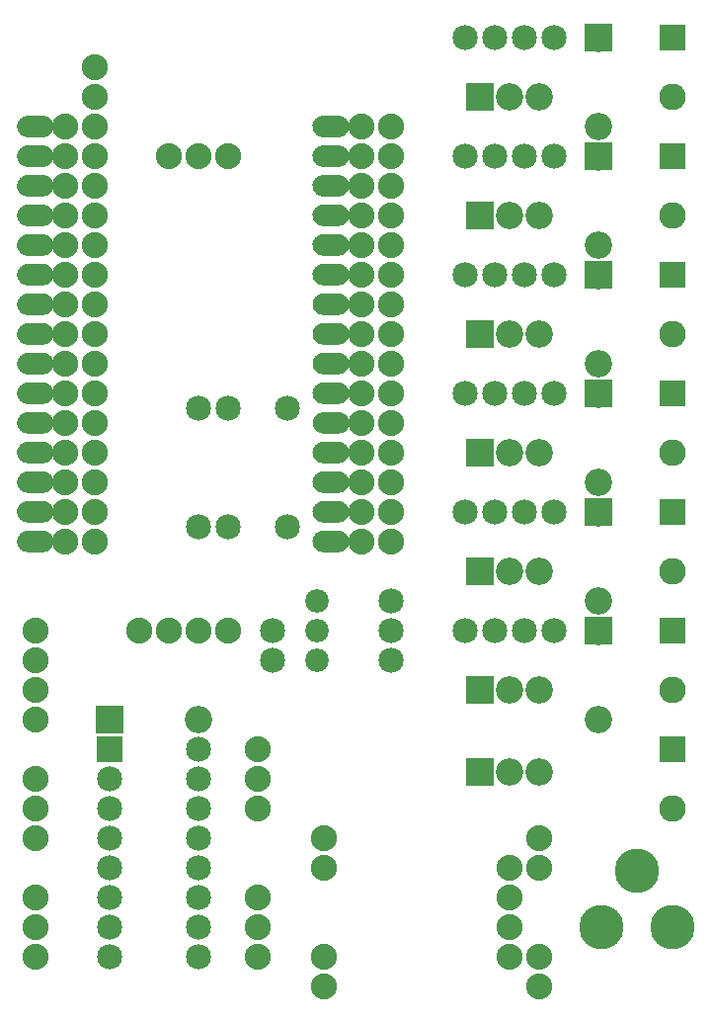
<source format=gbs>
G04 MADE WITH FRITZING*
G04 WWW.FRITZING.ORG*
G04 DOUBLE SIDED*
G04 HOLES PLATED*
G04 CONTOUR ON CENTER OF CONTOUR VECTOR*
%ASAXBY*%
%FSLAX23Y23*%
%MOIN*%
%OFA0B0*%
%SFA1.0B1.0*%
%ADD10C,0.088000*%
%ADD11C,0.085000*%
%ADD12C,0.079444*%
%ADD13C,0.092000*%
%ADD14C,0.090000*%
%ADD15C,0.062000*%
%ADD16C,0.150000*%
%ADD17R,0.092000X0.092000*%
%ADD18R,0.090000X0.090000*%
%ADD19R,0.085000X0.085000*%
%ADD20R,0.001000X0.001000*%
%LNMASK0*%
G90*
G70*
G54D10*
X1701Y203D03*
X1701Y303D03*
X1701Y403D03*
X1701Y503D03*
G54D11*
X751Y2053D03*
X751Y1653D03*
X651Y2053D03*
X651Y1653D03*
G54D10*
X851Y403D03*
X851Y303D03*
X851Y203D03*
X301Y3203D03*
X301Y3103D03*
X851Y903D03*
X851Y803D03*
X851Y703D03*
G54D12*
X1051Y1403D03*
X1051Y1303D03*
X1051Y1203D03*
G54D11*
X901Y1303D03*
X901Y1203D03*
X1751Y2503D03*
X1851Y2503D03*
X1551Y2503D03*
X1651Y2503D03*
X1751Y2103D03*
X1851Y2103D03*
X1551Y2103D03*
X1651Y2103D03*
X1551Y1703D03*
X1651Y1703D03*
X1751Y1703D03*
X1851Y1703D03*
X1751Y1303D03*
X1851Y1303D03*
X1551Y1303D03*
X1651Y1303D03*
G54D10*
X101Y1303D03*
X101Y1203D03*
X101Y1103D03*
X101Y1003D03*
X101Y803D03*
X101Y703D03*
X101Y603D03*
X101Y403D03*
X101Y303D03*
X101Y203D03*
X451Y1303D03*
X551Y1303D03*
X651Y1303D03*
X751Y1303D03*
X551Y2903D03*
X651Y2903D03*
X751Y2903D03*
X1076Y603D03*
X1076Y503D03*
X1076Y203D03*
X1076Y103D03*
X1801Y603D03*
X1801Y503D03*
X1801Y203D03*
X1801Y103D03*
G54D13*
X353Y1003D03*
X651Y1003D03*
G54D11*
X1551Y3303D03*
X1651Y3303D03*
X1751Y3303D03*
X1851Y3303D03*
X1751Y2903D03*
X1851Y2903D03*
G54D13*
X1601Y828D03*
X1701Y828D03*
X1801Y828D03*
X1601Y2703D03*
X1701Y2703D03*
X1801Y2703D03*
X1601Y1103D03*
X1701Y1103D03*
X1801Y1103D03*
X1601Y1503D03*
X1701Y1503D03*
X1801Y1503D03*
X1601Y1903D03*
X1701Y1903D03*
X1801Y1903D03*
X1601Y2303D03*
X1701Y2303D03*
X1801Y2303D03*
X1601Y3103D03*
X1701Y3103D03*
X1801Y3103D03*
X2001Y1301D03*
X2001Y1003D03*
X2001Y1701D03*
X2001Y1403D03*
X2001Y2101D03*
X2001Y1803D03*
X2001Y2501D03*
X2001Y2203D03*
X2001Y2901D03*
X2001Y2603D03*
X2001Y3301D03*
X2001Y3003D03*
G54D14*
X2251Y903D03*
X2251Y703D03*
X2251Y1303D03*
X2251Y1103D03*
X2251Y1703D03*
X2251Y1503D03*
X2251Y2103D03*
X2251Y1903D03*
X2251Y2503D03*
X2251Y2303D03*
X2251Y2903D03*
X2251Y2703D03*
X2251Y3303D03*
X2251Y3103D03*
G54D15*
X101Y3003D03*
X101Y2903D03*
X101Y2803D03*
X101Y2703D03*
X101Y2603D03*
X101Y2503D03*
X101Y2403D03*
X101Y2303D03*
X101Y2203D03*
X101Y2103D03*
X101Y2003D03*
X101Y1903D03*
X101Y1803D03*
X101Y1703D03*
X101Y1603D03*
X1101Y1603D03*
X1101Y1703D03*
X1101Y1803D03*
X1101Y1903D03*
X1101Y2003D03*
X1101Y2103D03*
X1101Y2203D03*
X1101Y2303D03*
X1101Y2403D03*
X1101Y2503D03*
X1101Y2603D03*
X1101Y2703D03*
X1101Y2803D03*
X1101Y2903D03*
X1101Y3003D03*
G54D16*
X2011Y303D03*
X2251Y303D03*
X2131Y493D03*
G54D11*
X351Y903D03*
X651Y903D03*
X351Y803D03*
X651Y803D03*
X351Y703D03*
X651Y703D03*
X351Y603D03*
X651Y603D03*
X351Y503D03*
X651Y503D03*
X351Y403D03*
X651Y403D03*
X351Y303D03*
X651Y303D03*
X351Y203D03*
X651Y203D03*
X1301Y1403D03*
X1301Y1303D03*
X1301Y1203D03*
X951Y2053D03*
X951Y1653D03*
G54D10*
X201Y3003D03*
X201Y2903D03*
X201Y2803D03*
X201Y2703D03*
X201Y2603D03*
X201Y2503D03*
X201Y2403D03*
X201Y2303D03*
X201Y2203D03*
X201Y2103D03*
X201Y2003D03*
X201Y1903D03*
X201Y1803D03*
X201Y1703D03*
X201Y1603D03*
X301Y3003D03*
X301Y2903D03*
X301Y2803D03*
X301Y2703D03*
X301Y2603D03*
X301Y2503D03*
X301Y2403D03*
X301Y2303D03*
X301Y2203D03*
X301Y2103D03*
X301Y2003D03*
X301Y1903D03*
X301Y1803D03*
X301Y1703D03*
X301Y1603D03*
X1301Y3003D03*
X1301Y2903D03*
X1301Y2803D03*
X1301Y2703D03*
X1301Y2603D03*
X1301Y2503D03*
X1301Y2403D03*
X1301Y2303D03*
X1301Y2203D03*
X1301Y2103D03*
X1301Y2003D03*
X1301Y1903D03*
X1301Y1803D03*
X1301Y1703D03*
X1301Y1603D03*
X1201Y3003D03*
X1201Y2903D03*
X1201Y2803D03*
X1201Y2703D03*
X1201Y2603D03*
X1201Y2503D03*
X1201Y2403D03*
X1201Y2303D03*
X1201Y2203D03*
X1201Y2103D03*
X1201Y2003D03*
X1201Y1903D03*
X1201Y1803D03*
X1201Y1703D03*
X1201Y1603D03*
G54D11*
X1551Y2903D03*
X1651Y2903D03*
G54D17*
X352Y1003D03*
X1601Y828D03*
X1601Y2703D03*
X1601Y1103D03*
X1601Y1503D03*
X1601Y1903D03*
X1601Y2303D03*
X1601Y3103D03*
X2001Y1302D03*
X2001Y1702D03*
X2001Y2102D03*
X2001Y2502D03*
X2001Y2902D03*
X2001Y3302D03*
G54D18*
X2251Y903D03*
X2251Y1303D03*
X2251Y1703D03*
X2251Y2103D03*
X2251Y2503D03*
X2251Y2903D03*
X2251Y3303D03*
G54D19*
X351Y903D03*
G54D20*
X73Y3039D02*
X131Y3039D01*
X1070Y3039D02*
X1128Y3039D01*
X68Y3038D02*
X136Y3038D01*
X1065Y3038D02*
X1133Y3038D01*
X64Y3037D02*
X139Y3037D01*
X1062Y3037D02*
X1136Y3037D01*
X62Y3036D02*
X142Y3036D01*
X1059Y3036D02*
X1139Y3036D01*
X60Y3035D02*
X144Y3035D01*
X1057Y3035D02*
X1141Y3035D01*
X58Y3034D02*
X146Y3034D01*
X1055Y3034D02*
X1143Y3034D01*
X56Y3033D02*
X147Y3033D01*
X1053Y3033D02*
X1145Y3033D01*
X55Y3032D02*
X149Y3032D01*
X1052Y3032D02*
X1146Y3032D01*
X54Y3031D02*
X150Y3031D01*
X1051Y3031D02*
X1147Y3031D01*
X52Y3030D02*
X151Y3030D01*
X1049Y3030D02*
X1148Y3030D01*
X51Y3029D02*
X152Y3029D01*
X1048Y3029D02*
X1150Y3029D01*
X50Y3028D02*
X153Y3028D01*
X1047Y3028D02*
X1151Y3028D01*
X49Y3027D02*
X154Y3027D01*
X1047Y3027D02*
X1151Y3027D01*
X49Y3026D02*
X155Y3026D01*
X1046Y3026D02*
X1152Y3026D01*
X48Y3025D02*
X156Y3025D01*
X1045Y3025D02*
X1153Y3025D01*
X47Y3024D02*
X157Y3024D01*
X1044Y3024D02*
X1154Y3024D01*
X46Y3023D02*
X157Y3023D01*
X1044Y3023D02*
X1154Y3023D01*
X46Y3022D02*
X158Y3022D01*
X1043Y3022D02*
X1155Y3022D01*
X45Y3021D02*
X158Y3021D01*
X1042Y3021D02*
X1156Y3021D01*
X45Y3020D02*
X159Y3020D01*
X1042Y3020D02*
X1156Y3020D01*
X44Y3019D02*
X159Y3019D01*
X1041Y3019D02*
X1157Y3019D01*
X44Y3018D02*
X160Y3018D01*
X1041Y3018D02*
X1157Y3018D01*
X43Y3017D02*
X160Y3017D01*
X1040Y3017D02*
X1158Y3017D01*
X43Y3016D02*
X161Y3016D01*
X1040Y3016D02*
X1158Y3016D01*
X43Y3015D02*
X161Y3015D01*
X1040Y3015D02*
X1158Y3015D01*
X42Y3014D02*
X162Y3014D01*
X1039Y3014D02*
X1159Y3014D01*
X42Y3013D02*
X162Y3013D01*
X1038Y3013D02*
X1159Y3013D01*
X42Y3012D02*
X162Y3012D01*
X1038Y3012D02*
X1159Y3012D01*
X41Y3011D02*
X162Y3011D01*
X1038Y3011D02*
X1159Y3011D01*
X41Y3010D02*
X163Y3010D01*
X1038Y3010D02*
X1160Y3010D01*
X41Y3009D02*
X100Y3009D01*
X105Y3009D02*
X163Y3009D01*
X1038Y3009D02*
X1096Y3009D01*
X1102Y3009D02*
X1160Y3009D01*
X41Y3008D02*
X98Y3008D01*
X107Y3008D02*
X163Y3008D01*
X1037Y3008D02*
X1095Y3008D01*
X1103Y3008D02*
X1160Y3008D01*
X41Y3007D02*
X97Y3007D01*
X108Y3007D02*
X163Y3007D01*
X1037Y3007D02*
X1094Y3007D01*
X1104Y3007D02*
X1160Y3007D01*
X41Y3006D02*
X97Y3006D01*
X109Y3006D02*
X163Y3006D01*
X1037Y3006D02*
X1093Y3006D01*
X1105Y3006D02*
X1160Y3006D01*
X41Y3005D02*
X96Y3005D01*
X109Y3005D02*
X163Y3005D01*
X1037Y3005D02*
X1093Y3005D01*
X1105Y3005D02*
X1160Y3005D01*
X40Y3004D02*
X96Y3004D01*
X109Y3004D02*
X163Y3004D01*
X1037Y3004D02*
X1092Y3004D01*
X1105Y3004D02*
X1160Y3004D01*
X40Y3003D02*
X96Y3003D01*
X109Y3003D02*
X163Y3003D01*
X1037Y3003D02*
X1092Y3003D01*
X1105Y3003D02*
X1160Y3003D01*
X41Y3002D02*
X96Y3002D01*
X109Y3002D02*
X163Y3002D01*
X1038Y3002D02*
X1093Y3002D01*
X1105Y3002D02*
X1160Y3002D01*
X41Y3001D02*
X96Y3001D01*
X109Y3001D02*
X163Y3001D01*
X1038Y3001D02*
X1093Y3001D01*
X1105Y3001D02*
X1160Y3001D01*
X41Y3000D02*
X97Y3000D01*
X108Y3000D02*
X163Y3000D01*
X1038Y3000D02*
X1093Y3000D01*
X1104Y3000D02*
X1160Y3000D01*
X41Y2999D02*
X98Y2999D01*
X107Y2999D02*
X163Y2999D01*
X1038Y2999D02*
X1094Y2999D01*
X1104Y2999D02*
X1160Y2999D01*
X41Y2998D02*
X99Y2998D01*
X106Y2998D02*
X163Y2998D01*
X1038Y2998D02*
X1096Y2998D01*
X1102Y2998D02*
X1160Y2998D01*
X41Y2997D02*
X163Y2997D01*
X1038Y2997D02*
X1160Y2997D01*
X41Y2996D02*
X162Y2996D01*
X1038Y2996D02*
X1160Y2996D01*
X42Y2995D02*
X162Y2995D01*
X1039Y2995D02*
X1159Y2995D01*
X42Y2994D02*
X162Y2994D01*
X1039Y2994D02*
X1159Y2994D01*
X42Y2993D02*
X162Y2993D01*
X1039Y2993D02*
X1159Y2993D01*
X42Y2992D02*
X161Y2992D01*
X1040Y2992D02*
X1158Y2992D01*
X43Y2991D02*
X161Y2991D01*
X1040Y2991D02*
X1158Y2991D01*
X43Y2990D02*
X161Y2990D01*
X1040Y2990D02*
X1158Y2990D01*
X44Y2989D02*
X160Y2989D01*
X1041Y2989D02*
X1157Y2989D01*
X44Y2988D02*
X160Y2988D01*
X1041Y2988D02*
X1157Y2988D01*
X45Y2987D02*
X159Y2987D01*
X1042Y2987D02*
X1156Y2987D01*
X45Y2986D02*
X159Y2986D01*
X1042Y2986D02*
X1156Y2986D01*
X46Y2985D02*
X158Y2985D01*
X1043Y2985D02*
X1155Y2985D01*
X46Y2984D02*
X158Y2984D01*
X1043Y2984D02*
X1155Y2984D01*
X47Y2983D02*
X157Y2983D01*
X1044Y2983D02*
X1154Y2983D01*
X48Y2982D02*
X156Y2982D01*
X1045Y2982D02*
X1153Y2982D01*
X48Y2981D02*
X156Y2981D01*
X1045Y2981D02*
X1153Y2981D01*
X49Y2980D02*
X155Y2980D01*
X1046Y2980D02*
X1152Y2980D01*
X50Y2979D02*
X154Y2979D01*
X1047Y2979D02*
X1151Y2979D01*
X51Y2978D02*
X153Y2978D01*
X1048Y2978D02*
X1150Y2978D01*
X52Y2977D02*
X152Y2977D01*
X1049Y2977D02*
X1149Y2977D01*
X53Y2976D02*
X151Y2976D01*
X1050Y2976D02*
X1148Y2976D01*
X54Y2975D02*
X149Y2975D01*
X1051Y2975D02*
X1147Y2975D01*
X56Y2974D02*
X148Y2974D01*
X1053Y2974D02*
X1145Y2974D01*
X57Y2973D02*
X146Y2973D01*
X1054Y2973D02*
X1144Y2973D01*
X59Y2972D02*
X145Y2972D01*
X1056Y2972D02*
X1142Y2972D01*
X61Y2971D02*
X143Y2971D01*
X1058Y2971D02*
X1140Y2971D01*
X63Y2970D02*
X140Y2970D01*
X1060Y2970D02*
X1138Y2970D01*
X66Y2969D02*
X138Y2969D01*
X1063Y2969D02*
X1135Y2969D01*
X70Y2968D02*
X134Y2968D01*
X1067Y2968D02*
X1131Y2968D01*
X72Y2939D02*
X131Y2939D01*
X1069Y2939D02*
X1128Y2939D01*
X67Y2938D02*
X136Y2938D01*
X1065Y2938D02*
X1133Y2938D01*
X64Y2937D02*
X139Y2937D01*
X1062Y2937D02*
X1136Y2937D01*
X62Y2936D02*
X142Y2936D01*
X1059Y2936D02*
X1139Y2936D01*
X60Y2935D02*
X144Y2935D01*
X1057Y2935D02*
X1141Y2935D01*
X58Y2934D02*
X146Y2934D01*
X1055Y2934D02*
X1143Y2934D01*
X56Y2933D02*
X147Y2933D01*
X1053Y2933D02*
X1145Y2933D01*
X55Y2932D02*
X149Y2932D01*
X1052Y2932D02*
X1146Y2932D01*
X53Y2931D02*
X150Y2931D01*
X1051Y2931D02*
X1147Y2931D01*
X52Y2930D02*
X151Y2930D01*
X1049Y2930D02*
X1148Y2930D01*
X51Y2929D02*
X152Y2929D01*
X1048Y2929D02*
X1150Y2929D01*
X50Y2928D02*
X153Y2928D01*
X1047Y2928D02*
X1151Y2928D01*
X49Y2927D02*
X154Y2927D01*
X1047Y2927D02*
X1151Y2927D01*
X48Y2926D02*
X155Y2926D01*
X1046Y2926D02*
X1152Y2926D01*
X48Y2925D02*
X156Y2925D01*
X1045Y2925D02*
X1153Y2925D01*
X47Y2924D02*
X157Y2924D01*
X1044Y2924D02*
X1154Y2924D01*
X46Y2923D02*
X157Y2923D01*
X1044Y2923D02*
X1154Y2923D01*
X46Y2922D02*
X158Y2922D01*
X1043Y2922D02*
X1155Y2922D01*
X45Y2921D02*
X158Y2921D01*
X1042Y2921D02*
X1156Y2921D01*
X45Y2920D02*
X159Y2920D01*
X1042Y2920D02*
X1156Y2920D01*
X44Y2919D02*
X159Y2919D01*
X1041Y2919D02*
X1157Y2919D01*
X44Y2918D02*
X160Y2918D01*
X1041Y2918D02*
X1157Y2918D01*
X43Y2917D02*
X160Y2917D01*
X1040Y2917D02*
X1158Y2917D01*
X43Y2916D02*
X161Y2916D01*
X1040Y2916D02*
X1158Y2916D01*
X43Y2915D02*
X161Y2915D01*
X1040Y2915D02*
X1158Y2915D01*
X42Y2914D02*
X161Y2914D01*
X1039Y2914D02*
X1159Y2914D01*
X42Y2913D02*
X162Y2913D01*
X1038Y2913D02*
X1159Y2913D01*
X42Y2912D02*
X162Y2912D01*
X1038Y2912D02*
X1159Y2912D01*
X41Y2911D02*
X162Y2911D01*
X1038Y2911D02*
X1159Y2911D01*
X41Y2910D02*
X163Y2910D01*
X1038Y2910D02*
X1160Y2910D01*
X41Y2909D02*
X100Y2909D01*
X105Y2909D02*
X163Y2909D01*
X1038Y2909D02*
X1096Y2909D01*
X1102Y2909D02*
X1160Y2909D01*
X41Y2908D02*
X98Y2908D01*
X107Y2908D02*
X163Y2908D01*
X1037Y2908D02*
X1094Y2908D01*
X1103Y2908D02*
X1160Y2908D01*
X41Y2907D02*
X97Y2907D01*
X108Y2907D02*
X163Y2907D01*
X1037Y2907D02*
X1094Y2907D01*
X1104Y2907D02*
X1160Y2907D01*
X41Y2906D02*
X97Y2906D01*
X109Y2906D02*
X163Y2906D01*
X1037Y2906D02*
X1093Y2906D01*
X1105Y2906D02*
X1160Y2906D01*
X40Y2905D02*
X96Y2905D01*
X109Y2905D02*
X163Y2905D01*
X1037Y2905D02*
X1092Y2905D01*
X1105Y2905D02*
X1160Y2905D01*
X40Y2904D02*
X96Y2904D01*
X109Y2904D02*
X163Y2904D01*
X1037Y2904D02*
X1092Y2904D01*
X1106Y2904D02*
X1160Y2904D01*
X40Y2903D02*
X96Y2903D01*
X109Y2903D02*
X163Y2903D01*
X1037Y2903D02*
X1092Y2903D01*
X1106Y2903D02*
X1160Y2903D01*
X40Y2902D02*
X96Y2902D01*
X109Y2902D02*
X163Y2902D01*
X1038Y2902D02*
X1092Y2902D01*
X1106Y2902D02*
X1160Y2902D01*
X40Y2901D02*
X96Y2901D01*
X109Y2901D02*
X163Y2901D01*
X1038Y2901D02*
X1093Y2901D01*
X1105Y2901D02*
X1160Y2901D01*
X41Y2900D02*
X97Y2900D01*
X108Y2900D02*
X163Y2900D01*
X1038Y2900D02*
X1093Y2900D01*
X1105Y2900D02*
X1160Y2900D01*
X41Y2899D02*
X98Y2899D01*
X107Y2899D02*
X163Y2899D01*
X1038Y2899D02*
X1094Y2899D01*
X1104Y2899D02*
X1160Y2899D01*
X41Y2898D02*
X99Y2898D01*
X106Y2898D02*
X163Y2898D01*
X1038Y2898D02*
X1096Y2898D01*
X1102Y2898D02*
X1160Y2898D01*
X41Y2897D02*
X163Y2897D01*
X1038Y2897D02*
X1160Y2897D01*
X41Y2896D02*
X162Y2896D01*
X1038Y2896D02*
X1160Y2896D01*
X42Y2895D02*
X162Y2895D01*
X1039Y2895D02*
X1159Y2895D01*
X42Y2894D02*
X162Y2894D01*
X1039Y2894D02*
X1159Y2894D01*
X42Y2893D02*
X162Y2893D01*
X1039Y2893D02*
X1159Y2893D01*
X42Y2892D02*
X161Y2892D01*
X1040Y2892D02*
X1158Y2892D01*
X43Y2891D02*
X161Y2891D01*
X1040Y2891D02*
X1158Y2891D01*
X43Y2890D02*
X160Y2890D01*
X1040Y2890D02*
X1158Y2890D01*
X44Y2889D02*
X160Y2889D01*
X1041Y2889D02*
X1157Y2889D01*
X44Y2888D02*
X160Y2888D01*
X1041Y2888D02*
X1157Y2888D01*
X45Y2887D02*
X159Y2887D01*
X1042Y2887D02*
X1156Y2887D01*
X45Y2886D02*
X159Y2886D01*
X1042Y2886D02*
X1156Y2886D01*
X46Y2885D02*
X158Y2885D01*
X1043Y2885D02*
X1155Y2885D01*
X46Y2884D02*
X157Y2884D01*
X1043Y2884D02*
X1155Y2884D01*
X47Y2883D02*
X157Y2883D01*
X1044Y2883D02*
X1154Y2883D01*
X47Y2882D02*
X156Y2882D01*
X1045Y2882D02*
X1153Y2882D01*
X48Y2881D02*
X155Y2881D01*
X1045Y2881D02*
X1153Y2881D01*
X49Y2880D02*
X155Y2880D01*
X1046Y2880D02*
X1152Y2880D01*
X50Y2879D02*
X154Y2879D01*
X1047Y2879D02*
X1151Y2879D01*
X51Y2878D02*
X153Y2878D01*
X1048Y2878D02*
X1150Y2878D01*
X52Y2877D02*
X152Y2877D01*
X1049Y2877D02*
X1149Y2877D01*
X53Y2876D02*
X151Y2876D01*
X1050Y2876D02*
X1148Y2876D01*
X54Y2875D02*
X149Y2875D01*
X1051Y2875D02*
X1147Y2875D01*
X56Y2874D02*
X148Y2874D01*
X1053Y2874D02*
X1145Y2874D01*
X57Y2873D02*
X146Y2873D01*
X1054Y2873D02*
X1144Y2873D01*
X59Y2872D02*
X145Y2872D01*
X1056Y2872D02*
X1142Y2872D01*
X61Y2871D02*
X143Y2871D01*
X1058Y2871D02*
X1140Y2871D01*
X63Y2870D02*
X140Y2870D01*
X1061Y2870D02*
X1137Y2870D01*
X66Y2869D02*
X138Y2869D01*
X1063Y2869D02*
X1135Y2869D01*
X70Y2868D02*
X134Y2868D01*
X1067Y2868D02*
X1131Y2868D01*
X72Y2839D02*
X131Y2839D01*
X1069Y2839D02*
X1129Y2839D01*
X67Y2838D02*
X136Y2838D01*
X1065Y2838D02*
X1133Y2838D01*
X64Y2837D02*
X139Y2837D01*
X1061Y2837D02*
X1137Y2837D01*
X62Y2836D02*
X142Y2836D01*
X1059Y2836D02*
X1139Y2836D01*
X60Y2835D02*
X144Y2835D01*
X1057Y2835D02*
X1141Y2835D01*
X58Y2834D02*
X146Y2834D01*
X1055Y2834D02*
X1143Y2834D01*
X56Y2833D02*
X147Y2833D01*
X1053Y2833D02*
X1145Y2833D01*
X55Y2832D02*
X149Y2832D01*
X1052Y2832D02*
X1146Y2832D01*
X53Y2831D02*
X150Y2831D01*
X1051Y2831D02*
X1147Y2831D01*
X52Y2830D02*
X151Y2830D01*
X1049Y2830D02*
X1149Y2830D01*
X51Y2829D02*
X152Y2829D01*
X1048Y2829D02*
X1150Y2829D01*
X50Y2828D02*
X153Y2828D01*
X1047Y2828D02*
X1151Y2828D01*
X49Y2827D02*
X154Y2827D01*
X1046Y2827D02*
X1151Y2827D01*
X48Y2826D02*
X155Y2826D01*
X1046Y2826D02*
X1152Y2826D01*
X48Y2825D02*
X156Y2825D01*
X1045Y2825D02*
X1153Y2825D01*
X47Y2824D02*
X157Y2824D01*
X1044Y2824D02*
X1154Y2824D01*
X46Y2823D02*
X157Y2823D01*
X1044Y2823D02*
X1154Y2823D01*
X46Y2822D02*
X158Y2822D01*
X1043Y2822D02*
X1155Y2822D01*
X45Y2821D02*
X158Y2821D01*
X1042Y2821D02*
X1156Y2821D01*
X45Y2820D02*
X159Y2820D01*
X1042Y2820D02*
X1156Y2820D01*
X44Y2819D02*
X159Y2819D01*
X1041Y2819D02*
X1157Y2819D01*
X44Y2818D02*
X160Y2818D01*
X1041Y2818D02*
X1157Y2818D01*
X43Y2817D02*
X160Y2817D01*
X1040Y2817D02*
X1158Y2817D01*
X43Y2816D02*
X161Y2816D01*
X1040Y2816D02*
X1158Y2816D01*
X42Y2815D02*
X161Y2815D01*
X1040Y2815D02*
X1158Y2815D01*
X42Y2814D02*
X161Y2814D01*
X1039Y2814D02*
X1159Y2814D01*
X42Y2813D02*
X162Y2813D01*
X1038Y2813D02*
X1159Y2813D01*
X42Y2812D02*
X162Y2812D01*
X1038Y2812D02*
X1159Y2812D01*
X41Y2811D02*
X162Y2811D01*
X1038Y2811D02*
X1159Y2811D01*
X41Y2810D02*
X163Y2810D01*
X1038Y2810D02*
X1160Y2810D01*
X41Y2809D02*
X100Y2809D01*
X105Y2809D02*
X163Y2809D01*
X1038Y2809D02*
X1096Y2809D01*
X1102Y2809D02*
X1160Y2809D01*
X41Y2808D02*
X98Y2808D01*
X107Y2808D02*
X163Y2808D01*
X1037Y2808D02*
X1094Y2808D01*
X1103Y2808D02*
X1160Y2808D01*
X41Y2807D02*
X97Y2807D01*
X108Y2807D02*
X163Y2807D01*
X1037Y2807D02*
X1093Y2807D01*
X1104Y2807D02*
X1160Y2807D01*
X40Y2806D02*
X96Y2806D01*
X109Y2806D02*
X163Y2806D01*
X1037Y2806D02*
X1093Y2806D01*
X1105Y2806D02*
X1160Y2806D01*
X40Y2805D02*
X96Y2805D01*
X109Y2805D02*
X163Y2805D01*
X1037Y2805D02*
X1092Y2805D01*
X1105Y2805D02*
X1160Y2805D01*
X40Y2804D02*
X96Y2804D01*
X109Y2804D02*
X163Y2804D01*
X1037Y2804D02*
X1092Y2804D01*
X1106Y2804D02*
X1160Y2804D01*
X40Y2803D02*
X96Y2803D01*
X109Y2803D02*
X163Y2803D01*
X1037Y2803D02*
X1092Y2803D01*
X1106Y2803D02*
X1160Y2803D01*
X40Y2802D02*
X96Y2802D01*
X109Y2802D02*
X163Y2802D01*
X1038Y2802D02*
X1092Y2802D01*
X1106Y2802D02*
X1160Y2802D01*
X40Y2801D02*
X96Y2801D01*
X109Y2801D02*
X163Y2801D01*
X1038Y2801D02*
X1093Y2801D01*
X1105Y2801D02*
X1160Y2801D01*
X41Y2800D02*
X97Y2800D01*
X108Y2800D02*
X163Y2800D01*
X1038Y2800D02*
X1093Y2800D01*
X1105Y2800D02*
X1160Y2800D01*
X41Y2799D02*
X98Y2799D01*
X107Y2799D02*
X163Y2799D01*
X1038Y2799D02*
X1094Y2799D01*
X1104Y2799D02*
X1160Y2799D01*
X41Y2798D02*
X99Y2798D01*
X106Y2798D02*
X163Y2798D01*
X1038Y2798D02*
X1096Y2798D01*
X1102Y2798D02*
X1160Y2798D01*
X41Y2797D02*
X163Y2797D01*
X1038Y2797D02*
X1160Y2797D01*
X41Y2796D02*
X162Y2796D01*
X1038Y2796D02*
X1160Y2796D01*
X41Y2795D02*
X162Y2795D01*
X1039Y2795D02*
X1159Y2795D01*
X42Y2794D02*
X162Y2794D01*
X1039Y2794D02*
X1159Y2794D01*
X42Y2793D02*
X162Y2793D01*
X1039Y2793D02*
X1159Y2793D01*
X42Y2792D02*
X161Y2792D01*
X1040Y2792D02*
X1158Y2792D01*
X43Y2791D02*
X161Y2791D01*
X1040Y2791D02*
X1158Y2791D01*
X43Y2790D02*
X160Y2790D01*
X1040Y2790D02*
X1158Y2790D01*
X44Y2789D02*
X160Y2789D01*
X1041Y2789D02*
X1157Y2789D01*
X44Y2788D02*
X160Y2788D01*
X1041Y2788D02*
X1157Y2788D01*
X44Y2787D02*
X159Y2787D01*
X1042Y2787D02*
X1156Y2787D01*
X45Y2786D02*
X159Y2786D01*
X1042Y2786D02*
X1156Y2786D01*
X46Y2785D02*
X158Y2785D01*
X1043Y2785D02*
X1155Y2785D01*
X46Y2784D02*
X157Y2784D01*
X1043Y2784D02*
X1155Y2784D01*
X47Y2783D02*
X157Y2783D01*
X1044Y2783D02*
X1154Y2783D01*
X47Y2782D02*
X156Y2782D01*
X1045Y2782D02*
X1153Y2782D01*
X48Y2781D02*
X155Y2781D01*
X1045Y2781D02*
X1153Y2781D01*
X49Y2780D02*
X155Y2780D01*
X1046Y2780D02*
X1152Y2780D01*
X50Y2779D02*
X154Y2779D01*
X1047Y2779D02*
X1151Y2779D01*
X51Y2778D02*
X153Y2778D01*
X1048Y2778D02*
X1150Y2778D01*
X52Y2777D02*
X152Y2777D01*
X1049Y2777D02*
X1149Y2777D01*
X53Y2776D02*
X151Y2776D01*
X1050Y2776D02*
X1148Y2776D01*
X54Y2775D02*
X149Y2775D01*
X1051Y2775D02*
X1146Y2775D01*
X56Y2774D02*
X148Y2774D01*
X1053Y2774D02*
X1145Y2774D01*
X57Y2773D02*
X146Y2773D01*
X1054Y2773D02*
X1143Y2773D01*
X59Y2772D02*
X145Y2772D01*
X1056Y2772D02*
X1142Y2772D01*
X61Y2771D02*
X143Y2771D01*
X1058Y2771D02*
X1140Y2771D01*
X63Y2770D02*
X140Y2770D01*
X1061Y2770D02*
X1137Y2770D01*
X66Y2769D02*
X137Y2769D01*
X1063Y2769D02*
X1135Y2769D01*
X70Y2768D02*
X133Y2768D01*
X1067Y2768D02*
X1131Y2768D01*
X72Y2739D02*
X132Y2739D01*
X1069Y2739D02*
X1129Y2739D01*
X67Y2738D02*
X136Y2738D01*
X1064Y2738D02*
X1134Y2738D01*
X64Y2737D02*
X139Y2737D01*
X1061Y2737D02*
X1137Y2737D01*
X62Y2736D02*
X142Y2736D01*
X1059Y2736D02*
X1139Y2736D01*
X60Y2735D02*
X144Y2735D01*
X1057Y2735D02*
X1141Y2735D01*
X58Y2734D02*
X146Y2734D01*
X1055Y2734D02*
X1143Y2734D01*
X56Y2733D02*
X147Y2733D01*
X1053Y2733D02*
X1145Y2733D01*
X55Y2732D02*
X149Y2732D01*
X1052Y2732D02*
X1146Y2732D01*
X53Y2731D02*
X150Y2731D01*
X1051Y2731D02*
X1147Y2731D01*
X52Y2730D02*
X151Y2730D01*
X1049Y2730D02*
X1149Y2730D01*
X51Y2729D02*
X152Y2729D01*
X1048Y2729D02*
X1150Y2729D01*
X50Y2728D02*
X153Y2728D01*
X1047Y2728D02*
X1151Y2728D01*
X49Y2727D02*
X154Y2727D01*
X1046Y2727D02*
X1152Y2727D01*
X48Y2726D02*
X155Y2726D01*
X1046Y2726D02*
X1152Y2726D01*
X48Y2725D02*
X156Y2725D01*
X1045Y2725D02*
X1153Y2725D01*
X47Y2724D02*
X157Y2724D01*
X1044Y2724D02*
X1154Y2724D01*
X46Y2723D02*
X157Y2723D01*
X1044Y2723D02*
X1154Y2723D01*
X46Y2722D02*
X158Y2722D01*
X1043Y2722D02*
X1155Y2722D01*
X45Y2721D02*
X158Y2721D01*
X1042Y2721D02*
X1156Y2721D01*
X45Y2720D02*
X159Y2720D01*
X1042Y2720D02*
X1156Y2720D01*
X44Y2719D02*
X159Y2719D01*
X1041Y2719D02*
X1157Y2719D01*
X44Y2718D02*
X160Y2718D01*
X1041Y2718D02*
X1157Y2718D01*
X43Y2717D02*
X160Y2717D01*
X1040Y2717D02*
X1158Y2717D01*
X43Y2716D02*
X161Y2716D01*
X1040Y2716D02*
X1158Y2716D01*
X43Y2715D02*
X161Y2715D01*
X1040Y2715D02*
X1158Y2715D01*
X42Y2714D02*
X161Y2714D01*
X1039Y2714D02*
X1159Y2714D01*
X42Y2713D02*
X162Y2713D01*
X1038Y2713D02*
X1159Y2713D01*
X42Y2712D02*
X162Y2712D01*
X1038Y2712D02*
X1159Y2712D01*
X41Y2711D02*
X162Y2711D01*
X1038Y2711D02*
X1159Y2711D01*
X41Y2710D02*
X163Y2710D01*
X1038Y2710D02*
X1160Y2710D01*
X41Y2709D02*
X100Y2709D01*
X105Y2709D02*
X163Y2709D01*
X1038Y2709D02*
X1096Y2709D01*
X1102Y2709D02*
X1160Y2709D01*
X41Y2708D02*
X98Y2708D01*
X107Y2708D02*
X163Y2708D01*
X1037Y2708D02*
X1094Y2708D01*
X1104Y2708D02*
X1160Y2708D01*
X41Y2707D02*
X97Y2707D01*
X108Y2707D02*
X163Y2707D01*
X1037Y2707D02*
X1093Y2707D01*
X1104Y2707D02*
X1160Y2707D01*
X41Y2706D02*
X96Y2706D01*
X109Y2706D02*
X163Y2706D01*
X1037Y2706D02*
X1093Y2706D01*
X1105Y2706D02*
X1160Y2706D01*
X40Y2705D02*
X96Y2705D01*
X109Y2705D02*
X163Y2705D01*
X1037Y2705D02*
X1092Y2705D01*
X1105Y2705D02*
X1160Y2705D01*
X40Y2704D02*
X96Y2704D01*
X109Y2704D02*
X163Y2704D01*
X1037Y2704D02*
X1092Y2704D01*
X1106Y2704D02*
X1160Y2704D01*
X40Y2703D02*
X96Y2703D01*
X109Y2703D02*
X163Y2703D01*
X1037Y2703D02*
X1092Y2703D01*
X1106Y2703D02*
X1160Y2703D01*
X40Y2702D02*
X96Y2702D01*
X109Y2702D02*
X163Y2702D01*
X1038Y2702D02*
X1092Y2702D01*
X1105Y2702D02*
X1160Y2702D01*
X41Y2701D02*
X96Y2701D01*
X109Y2701D02*
X163Y2701D01*
X1038Y2701D02*
X1093Y2701D01*
X1105Y2701D02*
X1160Y2701D01*
X41Y2700D02*
X97Y2700D01*
X108Y2700D02*
X163Y2700D01*
X1038Y2700D02*
X1093Y2700D01*
X1105Y2700D02*
X1160Y2700D01*
X41Y2699D02*
X98Y2699D01*
X107Y2699D02*
X163Y2699D01*
X1038Y2699D02*
X1094Y2699D01*
X1104Y2699D02*
X1160Y2699D01*
X41Y2698D02*
X99Y2698D01*
X106Y2698D02*
X163Y2698D01*
X1038Y2698D02*
X1096Y2698D01*
X1102Y2698D02*
X1160Y2698D01*
X41Y2697D02*
X163Y2697D01*
X1038Y2697D02*
X1160Y2697D01*
X41Y2696D02*
X162Y2696D01*
X1038Y2696D02*
X1160Y2696D01*
X42Y2695D02*
X162Y2695D01*
X1039Y2695D02*
X1159Y2695D01*
X42Y2694D02*
X162Y2694D01*
X1039Y2694D02*
X1159Y2694D01*
X42Y2693D02*
X162Y2693D01*
X1039Y2693D02*
X1159Y2693D01*
X42Y2692D02*
X161Y2692D01*
X1040Y2692D02*
X1158Y2692D01*
X43Y2691D02*
X161Y2691D01*
X1040Y2691D02*
X1158Y2691D01*
X43Y2690D02*
X160Y2690D01*
X1040Y2690D02*
X1158Y2690D01*
X44Y2689D02*
X160Y2689D01*
X1041Y2689D02*
X1157Y2689D01*
X44Y2688D02*
X160Y2688D01*
X1041Y2688D02*
X1157Y2688D01*
X45Y2687D02*
X159Y2687D01*
X1042Y2687D02*
X1156Y2687D01*
X45Y2686D02*
X159Y2686D01*
X1042Y2686D02*
X1156Y2686D01*
X46Y2685D02*
X158Y2685D01*
X1043Y2685D02*
X1155Y2685D01*
X46Y2684D02*
X157Y2684D01*
X1043Y2684D02*
X1155Y2684D01*
X47Y2683D02*
X157Y2683D01*
X1044Y2683D02*
X1154Y2683D01*
X48Y2682D02*
X156Y2682D01*
X1045Y2682D02*
X1153Y2682D01*
X48Y2681D02*
X155Y2681D01*
X1045Y2681D02*
X1153Y2681D01*
X49Y2680D02*
X155Y2680D01*
X1046Y2680D02*
X1152Y2680D01*
X50Y2679D02*
X154Y2679D01*
X1047Y2679D02*
X1151Y2679D01*
X51Y2678D02*
X153Y2678D01*
X1048Y2678D02*
X1150Y2678D01*
X52Y2677D02*
X152Y2677D01*
X1049Y2677D02*
X1149Y2677D01*
X53Y2676D02*
X151Y2676D01*
X1050Y2676D02*
X1148Y2676D01*
X54Y2675D02*
X149Y2675D01*
X1052Y2675D02*
X1146Y2675D01*
X56Y2674D02*
X148Y2674D01*
X1053Y2674D02*
X1145Y2674D01*
X57Y2673D02*
X146Y2673D01*
X1055Y2673D02*
X1143Y2673D01*
X59Y2672D02*
X145Y2672D01*
X1056Y2672D02*
X1142Y2672D01*
X61Y2671D02*
X142Y2671D01*
X1058Y2671D02*
X1140Y2671D01*
X63Y2670D02*
X140Y2670D01*
X1061Y2670D02*
X1137Y2670D01*
X66Y2669D02*
X137Y2669D01*
X1063Y2669D02*
X1135Y2669D01*
X70Y2668D02*
X133Y2668D01*
X1068Y2668D02*
X1130Y2668D01*
X72Y2639D02*
X132Y2639D01*
X1069Y2639D02*
X1129Y2639D01*
X67Y2638D02*
X136Y2638D01*
X1064Y2638D02*
X1134Y2638D01*
X64Y2637D02*
X139Y2637D01*
X1061Y2637D02*
X1137Y2637D01*
X62Y2636D02*
X142Y2636D01*
X1059Y2636D02*
X1139Y2636D01*
X59Y2635D02*
X144Y2635D01*
X1057Y2635D02*
X1141Y2635D01*
X58Y2634D02*
X146Y2634D01*
X1055Y2634D02*
X1143Y2634D01*
X56Y2633D02*
X148Y2633D01*
X1053Y2633D02*
X1145Y2633D01*
X55Y2632D02*
X149Y2632D01*
X1052Y2632D02*
X1146Y2632D01*
X53Y2631D02*
X150Y2631D01*
X1051Y2631D02*
X1147Y2631D01*
X52Y2630D02*
X151Y2630D01*
X1049Y2630D02*
X1149Y2630D01*
X51Y2629D02*
X153Y2629D01*
X1048Y2629D02*
X1150Y2629D01*
X50Y2628D02*
X153Y2628D01*
X1047Y2628D02*
X1151Y2628D01*
X49Y2627D02*
X154Y2627D01*
X1046Y2627D02*
X1152Y2627D01*
X48Y2626D02*
X155Y2626D01*
X1046Y2626D02*
X1152Y2626D01*
X48Y2625D02*
X156Y2625D01*
X1045Y2625D02*
X1153Y2625D01*
X47Y2624D02*
X157Y2624D01*
X1044Y2624D02*
X1154Y2624D01*
X46Y2623D02*
X157Y2623D01*
X1044Y2623D02*
X1154Y2623D01*
X46Y2622D02*
X158Y2622D01*
X1043Y2622D02*
X1155Y2622D01*
X45Y2621D02*
X158Y2621D01*
X1042Y2621D02*
X1156Y2621D01*
X45Y2620D02*
X159Y2620D01*
X1042Y2620D02*
X1156Y2620D01*
X44Y2619D02*
X159Y2619D01*
X1041Y2619D02*
X1157Y2619D01*
X44Y2618D02*
X160Y2618D01*
X1041Y2618D02*
X1157Y2618D01*
X43Y2617D02*
X160Y2617D01*
X1040Y2617D02*
X1158Y2617D01*
X43Y2616D02*
X161Y2616D01*
X1040Y2616D02*
X1158Y2616D01*
X42Y2615D02*
X161Y2615D01*
X1040Y2615D02*
X1158Y2615D01*
X42Y2614D02*
X161Y2614D01*
X1039Y2614D02*
X1159Y2614D01*
X42Y2613D02*
X162Y2613D01*
X1038Y2613D02*
X1159Y2613D01*
X42Y2612D02*
X162Y2612D01*
X1038Y2612D02*
X1159Y2612D01*
X41Y2611D02*
X162Y2611D01*
X1038Y2611D02*
X1159Y2611D01*
X41Y2610D02*
X163Y2610D01*
X1038Y2610D02*
X1160Y2610D01*
X41Y2609D02*
X100Y2609D01*
X106Y2609D02*
X163Y2609D01*
X1038Y2609D02*
X1096Y2609D01*
X1102Y2609D02*
X1160Y2609D01*
X41Y2608D02*
X98Y2608D01*
X107Y2608D02*
X163Y2608D01*
X1037Y2608D02*
X1095Y2608D01*
X1103Y2608D02*
X1160Y2608D01*
X41Y2607D02*
X97Y2607D01*
X108Y2607D02*
X163Y2607D01*
X1037Y2607D02*
X1094Y2607D01*
X1104Y2607D02*
X1160Y2607D01*
X40Y2606D02*
X96Y2606D01*
X109Y2606D02*
X163Y2606D01*
X1037Y2606D02*
X1093Y2606D01*
X1105Y2606D02*
X1160Y2606D01*
X40Y2605D02*
X96Y2605D01*
X109Y2605D02*
X163Y2605D01*
X1037Y2605D02*
X1093Y2605D01*
X1105Y2605D02*
X1160Y2605D01*
X40Y2604D02*
X96Y2604D01*
X109Y2604D02*
X163Y2604D01*
X1037Y2604D02*
X1092Y2604D01*
X1105Y2604D02*
X1160Y2604D01*
X40Y2603D02*
X96Y2603D01*
X109Y2603D02*
X163Y2603D01*
X1038Y2603D02*
X1092Y2603D01*
X1105Y2603D02*
X1160Y2603D01*
X40Y2602D02*
X96Y2602D01*
X109Y2602D02*
X163Y2602D01*
X1038Y2602D02*
X1093Y2602D01*
X1105Y2602D02*
X1160Y2602D01*
X40Y2601D02*
X96Y2601D01*
X109Y2601D02*
X163Y2601D01*
X1038Y2601D02*
X1093Y2601D01*
X1105Y2601D02*
X1160Y2601D01*
X41Y2600D02*
X97Y2600D01*
X108Y2600D02*
X163Y2600D01*
X1038Y2600D02*
X1094Y2600D01*
X1104Y2600D02*
X1160Y2600D01*
X41Y2599D02*
X98Y2599D01*
X107Y2599D02*
X163Y2599D01*
X1038Y2599D02*
X1095Y2599D01*
X1103Y2599D02*
X1160Y2599D01*
X41Y2598D02*
X99Y2598D01*
X106Y2598D02*
X163Y2598D01*
X1038Y2598D02*
X1096Y2598D01*
X1102Y2598D02*
X1160Y2598D01*
X41Y2597D02*
X163Y2597D01*
X1038Y2597D02*
X1160Y2597D01*
X41Y2596D02*
X162Y2596D01*
X1038Y2596D02*
X1160Y2596D01*
X41Y2595D02*
X162Y2595D01*
X1039Y2595D02*
X1159Y2595D01*
X42Y2594D02*
X162Y2594D01*
X1039Y2594D02*
X1159Y2594D01*
X42Y2593D02*
X162Y2593D01*
X1039Y2593D02*
X1159Y2593D01*
X42Y2592D02*
X161Y2592D01*
X1040Y2592D02*
X1158Y2592D01*
X43Y2591D02*
X161Y2591D01*
X1040Y2591D02*
X1158Y2591D01*
X43Y2590D02*
X160Y2590D01*
X1040Y2590D02*
X1158Y2590D01*
X44Y2589D02*
X160Y2589D01*
X1041Y2589D02*
X1157Y2589D01*
X44Y2588D02*
X160Y2588D01*
X1041Y2588D02*
X1157Y2588D01*
X44Y2587D02*
X159Y2587D01*
X1042Y2587D02*
X1156Y2587D01*
X45Y2586D02*
X159Y2586D01*
X1042Y2586D02*
X1156Y2586D01*
X46Y2585D02*
X158Y2585D01*
X1043Y2585D02*
X1155Y2585D01*
X46Y2584D02*
X157Y2584D01*
X1043Y2584D02*
X1155Y2584D01*
X47Y2583D02*
X157Y2583D01*
X1044Y2583D02*
X1154Y2583D01*
X48Y2582D02*
X156Y2582D01*
X1045Y2582D02*
X1153Y2582D01*
X48Y2581D02*
X155Y2581D01*
X1045Y2581D02*
X1153Y2581D01*
X49Y2580D02*
X155Y2580D01*
X1046Y2580D02*
X1152Y2580D01*
X50Y2579D02*
X154Y2579D01*
X1047Y2579D02*
X1151Y2579D01*
X51Y2578D02*
X153Y2578D01*
X1048Y2578D02*
X1150Y2578D01*
X52Y2577D02*
X152Y2577D01*
X1049Y2577D02*
X1149Y2577D01*
X53Y2576D02*
X151Y2576D01*
X1050Y2576D02*
X1148Y2576D01*
X54Y2575D02*
X149Y2575D01*
X1052Y2575D02*
X1146Y2575D01*
X56Y2574D02*
X148Y2574D01*
X1053Y2574D02*
X1145Y2574D01*
X57Y2573D02*
X146Y2573D01*
X1055Y2573D02*
X1143Y2573D01*
X59Y2572D02*
X144Y2572D01*
X1056Y2572D02*
X1142Y2572D01*
X61Y2571D02*
X142Y2571D01*
X1058Y2571D02*
X1140Y2571D01*
X63Y2570D02*
X140Y2570D01*
X1061Y2570D02*
X1137Y2570D01*
X66Y2569D02*
X137Y2569D01*
X1064Y2569D02*
X1134Y2569D01*
X71Y2568D02*
X133Y2568D01*
X1068Y2568D02*
X1130Y2568D01*
X72Y2539D02*
X132Y2539D01*
X1069Y2539D02*
X1129Y2539D01*
X67Y2538D02*
X137Y2538D01*
X1064Y2538D02*
X1134Y2538D01*
X64Y2537D02*
X140Y2537D01*
X1061Y2537D02*
X1137Y2537D01*
X62Y2536D02*
X142Y2536D01*
X1059Y2536D02*
X1139Y2536D01*
X59Y2535D02*
X144Y2535D01*
X1057Y2535D02*
X1141Y2535D01*
X58Y2534D02*
X146Y2534D01*
X1055Y2534D02*
X1143Y2534D01*
X56Y2533D02*
X148Y2533D01*
X1053Y2533D02*
X1145Y2533D01*
X55Y2532D02*
X149Y2532D01*
X1052Y2532D02*
X1146Y2532D01*
X53Y2531D02*
X150Y2531D01*
X1050Y2531D02*
X1147Y2531D01*
X52Y2530D02*
X151Y2530D01*
X1049Y2530D02*
X1149Y2530D01*
X51Y2529D02*
X153Y2529D01*
X1048Y2529D02*
X1150Y2529D01*
X50Y2528D02*
X153Y2528D01*
X1047Y2528D02*
X1151Y2528D01*
X49Y2527D02*
X154Y2527D01*
X1046Y2527D02*
X1152Y2527D01*
X48Y2526D02*
X155Y2526D01*
X1046Y2526D02*
X1152Y2526D01*
X48Y2525D02*
X156Y2525D01*
X1045Y2525D02*
X1153Y2525D01*
X47Y2524D02*
X157Y2524D01*
X1044Y2524D02*
X1154Y2524D01*
X46Y2523D02*
X157Y2523D01*
X1043Y2523D02*
X1154Y2523D01*
X46Y2522D02*
X158Y2522D01*
X1043Y2522D02*
X1155Y2522D01*
X45Y2521D02*
X158Y2521D01*
X1042Y2521D02*
X1156Y2521D01*
X45Y2520D02*
X159Y2520D01*
X1042Y2520D02*
X1156Y2520D01*
X44Y2519D02*
X159Y2519D01*
X1041Y2519D02*
X1157Y2519D01*
X44Y2518D02*
X160Y2518D01*
X1041Y2518D02*
X1157Y2518D01*
X43Y2517D02*
X160Y2517D01*
X1040Y2517D02*
X1158Y2517D01*
X43Y2516D02*
X161Y2516D01*
X1040Y2516D02*
X1158Y2516D01*
X43Y2515D02*
X161Y2515D01*
X1040Y2515D02*
X1158Y2515D01*
X42Y2514D02*
X161Y2514D01*
X1039Y2514D02*
X1159Y2514D01*
X42Y2513D02*
X162Y2513D01*
X1038Y2513D02*
X1159Y2513D01*
X42Y2512D02*
X162Y2512D01*
X1038Y2512D02*
X1159Y2512D01*
X41Y2511D02*
X162Y2511D01*
X1038Y2511D02*
X1159Y2511D01*
X41Y2510D02*
X163Y2510D01*
X1038Y2510D02*
X1160Y2510D01*
X41Y2509D02*
X99Y2509D01*
X106Y2509D02*
X163Y2509D01*
X1038Y2509D02*
X1096Y2509D01*
X1102Y2509D02*
X1160Y2509D01*
X41Y2508D02*
X98Y2508D01*
X107Y2508D02*
X163Y2508D01*
X1037Y2508D02*
X1095Y2508D01*
X1103Y2508D02*
X1160Y2508D01*
X41Y2507D02*
X97Y2507D01*
X108Y2507D02*
X163Y2507D01*
X1037Y2507D02*
X1094Y2507D01*
X1104Y2507D02*
X1160Y2507D01*
X41Y2506D02*
X97Y2506D01*
X109Y2506D02*
X163Y2506D01*
X1037Y2506D02*
X1093Y2506D01*
X1105Y2506D02*
X1160Y2506D01*
X40Y2505D02*
X96Y2505D01*
X109Y2505D02*
X163Y2505D01*
X1037Y2505D02*
X1093Y2505D01*
X1105Y2505D02*
X1160Y2505D01*
X40Y2504D02*
X96Y2504D01*
X109Y2504D02*
X163Y2504D01*
X1037Y2504D02*
X1092Y2504D01*
X1105Y2504D02*
X1160Y2504D01*
X40Y2503D02*
X96Y2503D01*
X109Y2503D02*
X163Y2503D01*
X1038Y2503D02*
X1092Y2503D01*
X1105Y2503D02*
X1160Y2503D01*
X40Y2502D02*
X96Y2502D01*
X109Y2502D02*
X163Y2502D01*
X1038Y2502D02*
X1093Y2502D01*
X1105Y2502D02*
X1160Y2502D01*
X41Y2501D02*
X96Y2501D01*
X109Y2501D02*
X163Y2501D01*
X1038Y2501D02*
X1093Y2501D01*
X1105Y2501D02*
X1160Y2501D01*
X41Y2500D02*
X97Y2500D01*
X108Y2500D02*
X163Y2500D01*
X1038Y2500D02*
X1094Y2500D01*
X1104Y2500D02*
X1160Y2500D01*
X41Y2499D02*
X98Y2499D01*
X107Y2499D02*
X163Y2499D01*
X1038Y2499D02*
X1095Y2499D01*
X1103Y2499D02*
X1160Y2499D01*
X41Y2498D02*
X99Y2498D01*
X106Y2498D02*
X163Y2498D01*
X1038Y2498D02*
X1096Y2498D01*
X1102Y2498D02*
X1160Y2498D01*
X41Y2497D02*
X163Y2497D01*
X1038Y2497D02*
X1160Y2497D01*
X41Y2496D02*
X162Y2496D01*
X1038Y2496D02*
X1160Y2496D01*
X42Y2495D02*
X162Y2495D01*
X1039Y2495D02*
X1159Y2495D01*
X42Y2494D02*
X162Y2494D01*
X1039Y2494D02*
X1159Y2494D01*
X42Y2493D02*
X162Y2493D01*
X1039Y2493D02*
X1159Y2493D01*
X42Y2492D02*
X161Y2492D01*
X1040Y2492D02*
X1158Y2492D01*
X43Y2491D02*
X161Y2491D01*
X1040Y2491D02*
X1158Y2491D01*
X43Y2490D02*
X160Y2490D01*
X1040Y2490D02*
X1158Y2490D01*
X44Y2489D02*
X160Y2489D01*
X1041Y2489D02*
X1157Y2489D01*
X44Y2488D02*
X160Y2488D01*
X1041Y2488D02*
X1157Y2488D01*
X45Y2487D02*
X159Y2487D01*
X1042Y2487D02*
X1156Y2487D01*
X45Y2486D02*
X159Y2486D01*
X1042Y2486D02*
X1156Y2486D01*
X46Y2485D02*
X158Y2485D01*
X1043Y2485D02*
X1155Y2485D01*
X46Y2484D02*
X157Y2484D01*
X1043Y2484D02*
X1155Y2484D01*
X47Y2483D02*
X157Y2483D01*
X1044Y2483D02*
X1154Y2483D01*
X48Y2482D02*
X156Y2482D01*
X1045Y2482D02*
X1153Y2482D01*
X48Y2481D02*
X155Y2481D01*
X1045Y2481D02*
X1152Y2481D01*
X49Y2480D02*
X155Y2480D01*
X1046Y2480D02*
X1152Y2480D01*
X50Y2479D02*
X154Y2479D01*
X1047Y2479D02*
X1151Y2479D01*
X51Y2478D02*
X153Y2478D01*
X1048Y2478D02*
X1150Y2478D01*
X52Y2477D02*
X152Y2477D01*
X1049Y2477D02*
X1149Y2477D01*
X53Y2476D02*
X151Y2476D01*
X1050Y2476D02*
X1148Y2476D01*
X54Y2475D02*
X149Y2475D01*
X1052Y2475D02*
X1146Y2475D01*
X56Y2474D02*
X148Y2474D01*
X1053Y2474D02*
X1145Y2474D01*
X57Y2473D02*
X146Y2473D01*
X1055Y2473D02*
X1143Y2473D01*
X59Y2472D02*
X144Y2472D01*
X1056Y2472D02*
X1142Y2472D01*
X61Y2471D02*
X142Y2471D01*
X1058Y2471D02*
X1140Y2471D01*
X64Y2470D02*
X140Y2470D01*
X1061Y2470D02*
X1137Y2470D01*
X66Y2469D02*
X137Y2469D01*
X1064Y2469D02*
X1134Y2469D01*
X71Y2468D02*
X133Y2468D01*
X1068Y2468D02*
X1130Y2468D01*
X71Y2439D02*
X132Y2439D01*
X1069Y2439D02*
X1129Y2439D01*
X67Y2438D02*
X137Y2438D01*
X1064Y2438D02*
X1134Y2438D01*
X64Y2437D02*
X140Y2437D01*
X1061Y2437D02*
X1137Y2437D01*
X62Y2436D02*
X142Y2436D01*
X1059Y2436D02*
X1139Y2436D01*
X59Y2435D02*
X144Y2435D01*
X1057Y2435D02*
X1141Y2435D01*
X58Y2434D02*
X146Y2434D01*
X1055Y2434D02*
X1143Y2434D01*
X56Y2433D02*
X148Y2433D01*
X1053Y2433D02*
X1145Y2433D01*
X55Y2432D02*
X149Y2432D01*
X1052Y2432D02*
X1146Y2432D01*
X53Y2431D02*
X150Y2431D01*
X1050Y2431D02*
X1148Y2431D01*
X52Y2430D02*
X151Y2430D01*
X1049Y2430D02*
X1149Y2430D01*
X51Y2429D02*
X153Y2429D01*
X1048Y2429D02*
X1150Y2429D01*
X50Y2428D02*
X154Y2428D01*
X1047Y2428D02*
X1151Y2428D01*
X49Y2427D02*
X154Y2427D01*
X1046Y2427D02*
X1152Y2427D01*
X48Y2426D02*
X155Y2426D01*
X1046Y2426D02*
X1152Y2426D01*
X48Y2425D02*
X156Y2425D01*
X1045Y2425D02*
X1153Y2425D01*
X47Y2424D02*
X157Y2424D01*
X1044Y2424D02*
X1154Y2424D01*
X46Y2423D02*
X157Y2423D01*
X1043Y2423D02*
X1154Y2423D01*
X46Y2422D02*
X158Y2422D01*
X1043Y2422D02*
X1155Y2422D01*
X45Y2421D02*
X159Y2421D01*
X1042Y2421D02*
X1156Y2421D01*
X45Y2420D02*
X159Y2420D01*
X1042Y2420D02*
X1156Y2420D01*
X44Y2419D02*
X159Y2419D01*
X1041Y2419D02*
X1157Y2419D01*
X44Y2418D02*
X160Y2418D01*
X1041Y2418D02*
X1157Y2418D01*
X43Y2417D02*
X160Y2417D01*
X1040Y2417D02*
X1158Y2417D01*
X43Y2416D02*
X161Y2416D01*
X1040Y2416D02*
X1158Y2416D01*
X42Y2415D02*
X161Y2415D01*
X1040Y2415D02*
X1158Y2415D01*
X42Y2414D02*
X162Y2414D01*
X1039Y2414D02*
X1159Y2414D01*
X42Y2413D02*
X162Y2413D01*
X1039Y2413D02*
X1159Y2413D01*
X42Y2412D02*
X162Y2412D01*
X1039Y2412D02*
X1159Y2412D01*
X41Y2411D02*
X162Y2411D01*
X1038Y2411D02*
X1159Y2411D01*
X41Y2410D02*
X163Y2410D01*
X1038Y2410D02*
X1160Y2410D01*
X41Y2409D02*
X99Y2409D01*
X106Y2409D02*
X163Y2409D01*
X1038Y2409D02*
X1096Y2409D01*
X1102Y2409D02*
X1160Y2409D01*
X41Y2408D02*
X98Y2408D01*
X107Y2408D02*
X163Y2408D01*
X1038Y2408D02*
X1094Y2408D01*
X1104Y2408D02*
X1160Y2408D01*
X41Y2407D02*
X97Y2407D01*
X108Y2407D02*
X163Y2407D01*
X1038Y2407D02*
X1093Y2407D01*
X1105Y2407D02*
X1160Y2407D01*
X41Y2406D02*
X96Y2406D01*
X109Y2406D02*
X163Y2406D01*
X1038Y2406D02*
X1093Y2406D01*
X1105Y2406D02*
X1160Y2406D01*
X40Y2405D02*
X96Y2405D01*
X109Y2405D02*
X163Y2405D01*
X1038Y2405D02*
X1092Y2405D01*
X1106Y2405D02*
X1160Y2405D01*
X40Y2404D02*
X96Y2404D01*
X109Y2404D02*
X163Y2404D01*
X1037Y2404D02*
X1092Y2404D01*
X1106Y2404D02*
X1160Y2404D01*
X40Y2403D02*
X96Y2403D01*
X109Y2403D02*
X163Y2403D01*
X1038Y2403D02*
X1092Y2403D01*
X1106Y2403D02*
X1160Y2403D01*
X40Y2402D02*
X96Y2402D01*
X109Y2402D02*
X163Y2402D01*
X1038Y2402D02*
X1092Y2402D01*
X1106Y2402D02*
X1160Y2402D01*
X41Y2401D02*
X97Y2401D01*
X109Y2401D02*
X163Y2401D01*
X1038Y2401D02*
X1093Y2401D01*
X1105Y2401D02*
X1160Y2401D01*
X41Y2400D02*
X97Y2400D01*
X108Y2400D02*
X163Y2400D01*
X1038Y2400D02*
X1093Y2400D01*
X1105Y2400D02*
X1160Y2400D01*
X41Y2399D02*
X98Y2399D01*
X107Y2399D02*
X163Y2399D01*
X1038Y2399D02*
X1094Y2399D01*
X1104Y2399D02*
X1160Y2399D01*
X41Y2398D02*
X99Y2398D01*
X106Y2398D02*
X163Y2398D01*
X1038Y2398D02*
X1096Y2398D01*
X1102Y2398D02*
X1160Y2398D01*
X41Y2397D02*
X163Y2397D01*
X1038Y2397D02*
X1160Y2397D01*
X41Y2396D02*
X162Y2396D01*
X1038Y2396D02*
X1160Y2396D01*
X42Y2395D02*
X162Y2395D01*
X1039Y2395D02*
X1159Y2395D01*
X42Y2394D02*
X162Y2394D01*
X1039Y2394D02*
X1159Y2394D01*
X42Y2393D02*
X162Y2393D01*
X1039Y2393D02*
X1159Y2393D01*
X42Y2392D02*
X161Y2392D01*
X1040Y2392D02*
X1158Y2392D01*
X43Y2391D02*
X161Y2391D01*
X1040Y2391D02*
X1158Y2391D01*
X43Y2390D02*
X160Y2390D01*
X1040Y2390D02*
X1158Y2390D01*
X44Y2389D02*
X160Y2389D01*
X1041Y2389D02*
X1157Y2389D01*
X44Y2388D02*
X160Y2388D01*
X1041Y2388D02*
X1157Y2388D01*
X45Y2387D02*
X159Y2387D01*
X1042Y2387D02*
X1156Y2387D01*
X45Y2386D02*
X159Y2386D01*
X1042Y2386D02*
X1156Y2386D01*
X46Y2385D02*
X158Y2385D01*
X1043Y2385D02*
X1155Y2385D01*
X46Y2384D02*
X157Y2384D01*
X1043Y2384D02*
X1155Y2384D01*
X47Y2383D02*
X157Y2383D01*
X1044Y2383D02*
X1154Y2383D01*
X48Y2382D02*
X156Y2382D01*
X1045Y2382D02*
X1153Y2382D01*
X48Y2381D02*
X155Y2381D01*
X1045Y2381D02*
X1152Y2381D01*
X49Y2380D02*
X155Y2380D01*
X1046Y2380D02*
X1152Y2380D01*
X50Y2379D02*
X154Y2379D01*
X1047Y2379D02*
X1151Y2379D01*
X51Y2378D02*
X153Y2378D01*
X1048Y2378D02*
X1150Y2378D01*
X52Y2377D02*
X152Y2377D01*
X1049Y2377D02*
X1149Y2377D01*
X53Y2376D02*
X150Y2376D01*
X1050Y2376D02*
X1148Y2376D01*
X54Y2375D02*
X149Y2375D01*
X1052Y2375D02*
X1146Y2375D01*
X56Y2374D02*
X148Y2374D01*
X1053Y2374D02*
X1145Y2374D01*
X57Y2373D02*
X146Y2373D01*
X1055Y2373D02*
X1143Y2373D01*
X59Y2372D02*
X144Y2372D01*
X1056Y2372D02*
X1142Y2372D01*
X61Y2371D02*
X142Y2371D01*
X1058Y2371D02*
X1140Y2371D01*
X64Y2370D02*
X140Y2370D01*
X1061Y2370D02*
X1137Y2370D01*
X67Y2369D02*
X137Y2369D01*
X1064Y2369D02*
X1134Y2369D01*
X71Y2368D02*
X133Y2368D01*
X1068Y2368D02*
X1130Y2368D01*
X71Y2339D02*
X132Y2339D01*
X1069Y2339D02*
X1129Y2339D01*
X67Y2338D02*
X137Y2338D01*
X1064Y2338D02*
X1134Y2338D01*
X64Y2337D02*
X140Y2337D01*
X1061Y2337D02*
X1137Y2337D01*
X61Y2336D02*
X142Y2336D01*
X1059Y2336D02*
X1139Y2336D01*
X59Y2335D02*
X144Y2335D01*
X1057Y2335D02*
X1141Y2335D01*
X58Y2334D02*
X146Y2334D01*
X1055Y2334D02*
X1143Y2334D01*
X56Y2333D02*
X148Y2333D01*
X1053Y2333D02*
X1145Y2333D01*
X55Y2332D02*
X149Y2332D01*
X1052Y2332D02*
X1146Y2332D01*
X53Y2331D02*
X150Y2331D01*
X1050Y2331D02*
X1148Y2331D01*
X52Y2330D02*
X152Y2330D01*
X1049Y2330D02*
X1149Y2330D01*
X51Y2329D02*
X153Y2329D01*
X1048Y2329D02*
X1150Y2329D01*
X50Y2328D02*
X154Y2328D01*
X1047Y2328D02*
X1151Y2328D01*
X49Y2327D02*
X154Y2327D01*
X1046Y2327D02*
X1152Y2327D01*
X48Y2326D02*
X155Y2326D01*
X1046Y2326D02*
X1152Y2326D01*
X48Y2325D02*
X156Y2325D01*
X1045Y2325D02*
X1153Y2325D01*
X47Y2324D02*
X157Y2324D01*
X1044Y2324D02*
X1154Y2324D01*
X46Y2323D02*
X157Y2323D01*
X1043Y2323D02*
X1154Y2323D01*
X46Y2322D02*
X158Y2322D01*
X1043Y2322D02*
X1155Y2322D01*
X45Y2321D02*
X158Y2321D01*
X1042Y2321D02*
X1156Y2321D01*
X45Y2320D02*
X159Y2320D01*
X1042Y2320D02*
X1156Y2320D01*
X44Y2319D02*
X159Y2319D01*
X1041Y2319D02*
X1157Y2319D01*
X44Y2318D02*
X160Y2318D01*
X1041Y2318D02*
X1157Y2318D01*
X43Y2317D02*
X160Y2317D01*
X1040Y2317D02*
X1158Y2317D01*
X43Y2316D02*
X161Y2316D01*
X1040Y2316D02*
X1158Y2316D01*
X42Y2315D02*
X161Y2315D01*
X1040Y2315D02*
X1158Y2315D01*
X42Y2314D02*
X162Y2314D01*
X1039Y2314D02*
X1159Y2314D01*
X42Y2313D02*
X162Y2313D01*
X1039Y2313D02*
X1159Y2313D01*
X42Y2312D02*
X162Y2312D01*
X1039Y2312D02*
X1159Y2312D01*
X41Y2311D02*
X162Y2311D01*
X1038Y2311D02*
X1160Y2311D01*
X41Y2310D02*
X163Y2310D01*
X1038Y2310D02*
X1160Y2310D01*
X41Y2309D02*
X100Y2309D01*
X105Y2309D02*
X163Y2309D01*
X1038Y2309D02*
X1096Y2309D01*
X1102Y2309D02*
X1160Y2309D01*
X41Y2308D02*
X98Y2308D01*
X107Y2308D02*
X163Y2308D01*
X1038Y2308D02*
X1094Y2308D01*
X1103Y2308D02*
X1160Y2308D01*
X41Y2307D02*
X97Y2307D01*
X108Y2307D02*
X163Y2307D01*
X1038Y2307D02*
X1094Y2307D01*
X1104Y2307D02*
X1160Y2307D01*
X40Y2306D02*
X97Y2306D01*
X109Y2306D02*
X163Y2306D01*
X1038Y2306D02*
X1093Y2306D01*
X1105Y2306D02*
X1160Y2306D01*
X40Y2305D02*
X96Y2305D01*
X109Y2305D02*
X163Y2305D01*
X1038Y2305D02*
X1093Y2305D01*
X1105Y2305D02*
X1160Y2305D01*
X40Y2304D02*
X96Y2304D01*
X109Y2304D02*
X163Y2304D01*
X1038Y2304D02*
X1092Y2304D01*
X1105Y2304D02*
X1160Y2304D01*
X40Y2303D02*
X96Y2303D01*
X109Y2303D02*
X163Y2303D01*
X1038Y2303D02*
X1092Y2303D01*
X1105Y2303D02*
X1160Y2303D01*
X40Y2302D02*
X96Y2302D01*
X109Y2302D02*
X163Y2302D01*
X1038Y2302D02*
X1093Y2302D01*
X1105Y2302D02*
X1160Y2302D01*
X40Y2301D02*
X97Y2301D01*
X108Y2301D02*
X163Y2301D01*
X1038Y2301D02*
X1093Y2301D01*
X1105Y2301D02*
X1160Y2301D01*
X41Y2300D02*
X97Y2300D01*
X108Y2300D02*
X163Y2300D01*
X1038Y2300D02*
X1094Y2300D01*
X1104Y2300D02*
X1160Y2300D01*
X41Y2299D02*
X98Y2299D01*
X107Y2299D02*
X163Y2299D01*
X1038Y2299D02*
X1094Y2299D01*
X1103Y2299D02*
X1160Y2299D01*
X41Y2298D02*
X100Y2298D01*
X105Y2298D02*
X163Y2298D01*
X1038Y2298D02*
X1096Y2298D01*
X1102Y2298D02*
X1160Y2298D01*
X41Y2297D02*
X163Y2297D01*
X1038Y2297D02*
X1160Y2297D01*
X41Y2296D02*
X162Y2296D01*
X1038Y2296D02*
X1160Y2296D01*
X41Y2295D02*
X162Y2295D01*
X1039Y2295D02*
X1159Y2295D01*
X42Y2294D02*
X162Y2294D01*
X1039Y2294D02*
X1159Y2294D01*
X42Y2293D02*
X162Y2293D01*
X1039Y2293D02*
X1159Y2293D01*
X42Y2292D02*
X161Y2292D01*
X1040Y2292D02*
X1158Y2292D01*
X43Y2291D02*
X161Y2291D01*
X1040Y2291D02*
X1158Y2291D01*
X43Y2290D02*
X160Y2290D01*
X1040Y2290D02*
X1158Y2290D01*
X44Y2289D02*
X160Y2289D01*
X1041Y2289D02*
X1157Y2289D01*
X44Y2288D02*
X160Y2288D01*
X1041Y2288D02*
X1157Y2288D01*
X45Y2287D02*
X159Y2287D01*
X1042Y2287D02*
X1156Y2287D01*
X45Y2286D02*
X159Y2286D01*
X1042Y2286D02*
X1156Y2286D01*
X46Y2285D02*
X158Y2285D01*
X1043Y2285D02*
X1155Y2285D01*
X46Y2284D02*
X157Y2284D01*
X1043Y2284D02*
X1155Y2284D01*
X47Y2283D02*
X157Y2283D01*
X1044Y2283D02*
X1154Y2283D01*
X48Y2282D02*
X156Y2282D01*
X1045Y2282D02*
X1153Y2282D01*
X48Y2281D02*
X155Y2281D01*
X1046Y2281D02*
X1152Y2281D01*
X49Y2280D02*
X154Y2280D01*
X1046Y2280D02*
X1152Y2280D01*
X50Y2279D02*
X154Y2279D01*
X1047Y2279D02*
X1151Y2279D01*
X51Y2278D02*
X153Y2278D01*
X1048Y2278D02*
X1150Y2278D01*
X52Y2277D02*
X152Y2277D01*
X1049Y2277D02*
X1149Y2277D01*
X53Y2276D02*
X150Y2276D01*
X1050Y2276D02*
X1148Y2276D01*
X54Y2275D02*
X149Y2275D01*
X1052Y2275D02*
X1146Y2275D01*
X56Y2274D02*
X148Y2274D01*
X1053Y2274D02*
X1145Y2274D01*
X57Y2273D02*
X146Y2273D01*
X1055Y2273D02*
X1143Y2273D01*
X59Y2272D02*
X144Y2272D01*
X1056Y2272D02*
X1142Y2272D01*
X61Y2271D02*
X142Y2271D01*
X1059Y2271D02*
X1139Y2271D01*
X64Y2270D02*
X140Y2270D01*
X1061Y2270D02*
X1137Y2270D01*
X67Y2269D02*
X137Y2269D01*
X1064Y2269D02*
X1134Y2269D01*
X71Y2268D02*
X133Y2268D01*
X1068Y2268D02*
X1130Y2268D01*
X71Y2239D02*
X132Y2239D01*
X1068Y2239D02*
X1130Y2239D01*
X67Y2238D02*
X137Y2238D01*
X1064Y2238D02*
X1134Y2238D01*
X64Y2237D02*
X140Y2237D01*
X1061Y2237D02*
X1137Y2237D01*
X61Y2236D02*
X142Y2236D01*
X1059Y2236D02*
X1139Y2236D01*
X59Y2235D02*
X144Y2235D01*
X1056Y2235D02*
X1141Y2235D01*
X58Y2234D02*
X146Y2234D01*
X1055Y2234D02*
X1143Y2234D01*
X56Y2233D02*
X148Y2233D01*
X1053Y2233D02*
X1145Y2233D01*
X55Y2232D02*
X149Y2232D01*
X1052Y2232D02*
X1146Y2232D01*
X53Y2231D02*
X150Y2231D01*
X1050Y2231D02*
X1148Y2231D01*
X52Y2230D02*
X152Y2230D01*
X1049Y2230D02*
X1149Y2230D01*
X51Y2229D02*
X153Y2229D01*
X1048Y2229D02*
X1150Y2229D01*
X50Y2228D02*
X154Y2228D01*
X1047Y2228D02*
X1151Y2228D01*
X49Y2227D02*
X154Y2227D01*
X1046Y2227D02*
X1152Y2227D01*
X48Y2226D02*
X155Y2226D01*
X1046Y2226D02*
X1152Y2226D01*
X48Y2225D02*
X156Y2225D01*
X1045Y2225D02*
X1153Y2225D01*
X47Y2224D02*
X157Y2224D01*
X1044Y2224D02*
X1154Y2224D01*
X46Y2223D02*
X157Y2223D01*
X1043Y2223D02*
X1154Y2223D01*
X46Y2222D02*
X158Y2222D01*
X1043Y2222D02*
X1155Y2222D01*
X45Y2221D02*
X159Y2221D01*
X1042Y2221D02*
X1156Y2221D01*
X45Y2220D02*
X159Y2220D01*
X1042Y2220D02*
X1156Y2220D01*
X44Y2219D02*
X160Y2219D01*
X1041Y2219D02*
X1157Y2219D01*
X44Y2218D02*
X160Y2218D01*
X1041Y2218D02*
X1157Y2218D01*
X43Y2217D02*
X160Y2217D01*
X1040Y2217D02*
X1158Y2217D01*
X43Y2216D02*
X161Y2216D01*
X1040Y2216D02*
X1158Y2216D01*
X42Y2215D02*
X161Y2215D01*
X1040Y2215D02*
X1158Y2215D01*
X42Y2214D02*
X162Y2214D01*
X1039Y2214D02*
X1159Y2214D01*
X42Y2213D02*
X162Y2213D01*
X1039Y2213D02*
X1159Y2213D01*
X42Y2212D02*
X162Y2212D01*
X1039Y2212D02*
X1159Y2212D01*
X41Y2211D02*
X162Y2211D01*
X1038Y2211D02*
X1160Y2211D01*
X41Y2210D02*
X163Y2210D01*
X1038Y2210D02*
X1160Y2210D01*
X41Y2209D02*
X99Y2209D01*
X106Y2209D02*
X163Y2209D01*
X1038Y2209D02*
X1096Y2209D01*
X1102Y2209D02*
X1160Y2209D01*
X41Y2208D02*
X98Y2208D01*
X107Y2208D02*
X163Y2208D01*
X1038Y2208D02*
X1094Y2208D01*
X1103Y2208D02*
X1160Y2208D01*
X41Y2207D02*
X97Y2207D01*
X108Y2207D02*
X163Y2207D01*
X1038Y2207D02*
X1094Y2207D01*
X1104Y2207D02*
X1160Y2207D01*
X41Y2206D02*
X96Y2206D01*
X109Y2206D02*
X163Y2206D01*
X1038Y2206D02*
X1093Y2206D01*
X1105Y2206D02*
X1160Y2206D01*
X40Y2205D02*
X96Y2205D01*
X109Y2205D02*
X163Y2205D01*
X1038Y2205D02*
X1093Y2205D01*
X1105Y2205D02*
X1160Y2205D01*
X40Y2204D02*
X96Y2204D01*
X109Y2204D02*
X163Y2204D01*
X1038Y2204D02*
X1092Y2204D01*
X1105Y2204D02*
X1160Y2204D01*
X40Y2203D02*
X96Y2203D01*
X109Y2203D02*
X163Y2203D01*
X1038Y2203D02*
X1092Y2203D01*
X1105Y2203D02*
X1160Y2203D01*
X40Y2202D02*
X96Y2202D01*
X109Y2202D02*
X163Y2202D01*
X1038Y2202D02*
X1093Y2202D01*
X1105Y2202D02*
X1160Y2202D01*
X41Y2201D02*
X97Y2201D01*
X109Y2201D02*
X163Y2201D01*
X1038Y2201D02*
X1093Y2201D01*
X1105Y2201D02*
X1160Y2201D01*
X41Y2200D02*
X97Y2200D01*
X108Y2200D02*
X163Y2200D01*
X1038Y2200D02*
X1094Y2200D01*
X1104Y2200D02*
X1160Y2200D01*
X41Y2199D02*
X98Y2199D01*
X107Y2199D02*
X163Y2199D01*
X1038Y2199D02*
X1095Y2199D01*
X1103Y2199D02*
X1160Y2199D01*
X41Y2198D02*
X100Y2198D01*
X106Y2198D02*
X163Y2198D01*
X1038Y2198D02*
X1096Y2198D01*
X1102Y2198D02*
X1160Y2198D01*
X41Y2197D02*
X163Y2197D01*
X1038Y2197D02*
X1160Y2197D01*
X41Y2196D02*
X162Y2196D01*
X1038Y2196D02*
X1160Y2196D01*
X42Y2195D02*
X162Y2195D01*
X1039Y2195D02*
X1159Y2195D01*
X42Y2194D02*
X162Y2194D01*
X1039Y2194D02*
X1159Y2194D01*
X42Y2193D02*
X162Y2193D01*
X1039Y2193D02*
X1159Y2193D01*
X42Y2192D02*
X161Y2192D01*
X1040Y2192D02*
X1158Y2192D01*
X43Y2191D02*
X161Y2191D01*
X1040Y2191D02*
X1158Y2191D01*
X43Y2190D02*
X160Y2190D01*
X1040Y2190D02*
X1158Y2190D01*
X44Y2189D02*
X160Y2189D01*
X1041Y2189D02*
X1157Y2189D01*
X44Y2188D02*
X160Y2188D01*
X1041Y2188D02*
X1157Y2188D01*
X45Y2187D02*
X159Y2187D01*
X1042Y2187D02*
X1156Y2187D01*
X45Y2186D02*
X159Y2186D01*
X1042Y2186D02*
X1156Y2186D01*
X46Y2185D02*
X158Y2185D01*
X1043Y2185D02*
X1155Y2185D01*
X46Y2184D02*
X157Y2184D01*
X1043Y2184D02*
X1155Y2184D01*
X47Y2183D02*
X157Y2183D01*
X1044Y2183D02*
X1154Y2183D01*
X48Y2182D02*
X156Y2182D01*
X1045Y2182D02*
X1153Y2182D01*
X48Y2181D02*
X155Y2181D01*
X1046Y2181D02*
X1152Y2181D01*
X49Y2180D02*
X154Y2180D01*
X1046Y2180D02*
X1152Y2180D01*
X50Y2179D02*
X154Y2179D01*
X1047Y2179D02*
X1151Y2179D01*
X51Y2178D02*
X153Y2178D01*
X1048Y2178D02*
X1150Y2178D01*
X52Y2177D02*
X152Y2177D01*
X1049Y2177D02*
X1149Y2177D01*
X53Y2176D02*
X150Y2176D01*
X1050Y2176D02*
X1148Y2176D01*
X55Y2175D02*
X149Y2175D01*
X1052Y2175D02*
X1146Y2175D01*
X56Y2174D02*
X148Y2174D01*
X1053Y2174D02*
X1145Y2174D01*
X58Y2173D02*
X146Y2173D01*
X1055Y2173D02*
X1143Y2173D01*
X59Y2172D02*
X144Y2172D01*
X1056Y2172D02*
X1141Y2172D01*
X61Y2171D02*
X142Y2171D01*
X1059Y2171D02*
X1139Y2171D01*
X64Y2170D02*
X140Y2170D01*
X1061Y2170D02*
X1137Y2170D01*
X67Y2169D02*
X137Y2169D01*
X1064Y2169D02*
X1134Y2169D01*
X71Y2168D02*
X132Y2168D01*
X1068Y2168D02*
X1130Y2168D01*
X71Y2139D02*
X133Y2139D01*
X1068Y2139D02*
X1130Y2139D01*
X67Y2138D02*
X137Y2138D01*
X1064Y2138D02*
X1134Y2138D01*
X64Y2137D02*
X140Y2137D01*
X1061Y2137D02*
X1137Y2137D01*
X61Y2136D02*
X142Y2136D01*
X1059Y2136D02*
X1139Y2136D01*
X59Y2135D02*
X144Y2135D01*
X1056Y2135D02*
X1142Y2135D01*
X58Y2134D02*
X146Y2134D01*
X1055Y2134D02*
X1143Y2134D01*
X56Y2133D02*
X148Y2133D01*
X1053Y2133D02*
X1145Y2133D01*
X55Y2132D02*
X149Y2132D01*
X1052Y2132D02*
X1146Y2132D01*
X53Y2131D02*
X150Y2131D01*
X1050Y2131D02*
X1148Y2131D01*
X52Y2130D02*
X152Y2130D01*
X1049Y2130D02*
X1149Y2130D01*
X51Y2129D02*
X153Y2129D01*
X1048Y2129D02*
X1150Y2129D01*
X50Y2128D02*
X154Y2128D01*
X1047Y2128D02*
X1151Y2128D01*
X49Y2127D02*
X154Y2127D01*
X1046Y2127D02*
X1152Y2127D01*
X48Y2126D02*
X155Y2126D01*
X1046Y2126D02*
X1152Y2126D01*
X48Y2125D02*
X156Y2125D01*
X1045Y2125D02*
X1153Y2125D01*
X47Y2124D02*
X157Y2124D01*
X1044Y2124D02*
X1154Y2124D01*
X46Y2123D02*
X157Y2123D01*
X1043Y2123D02*
X1155Y2123D01*
X46Y2122D02*
X158Y2122D01*
X1043Y2122D02*
X1155Y2122D01*
X45Y2121D02*
X159Y2121D01*
X1042Y2121D02*
X1156Y2121D01*
X45Y2120D02*
X159Y2120D01*
X1042Y2120D02*
X1156Y2120D01*
X44Y2119D02*
X160Y2119D01*
X1041Y2119D02*
X1157Y2119D01*
X44Y2118D02*
X160Y2118D01*
X1041Y2118D02*
X1157Y2118D01*
X43Y2117D02*
X160Y2117D01*
X1040Y2117D02*
X1158Y2117D01*
X43Y2116D02*
X161Y2116D01*
X1040Y2116D02*
X1158Y2116D01*
X42Y2115D02*
X161Y2115D01*
X1040Y2115D02*
X1158Y2115D01*
X42Y2114D02*
X162Y2114D01*
X1039Y2114D02*
X1159Y2114D01*
X42Y2113D02*
X162Y2113D01*
X1039Y2113D02*
X1159Y2113D01*
X42Y2112D02*
X162Y2112D01*
X1039Y2112D02*
X1159Y2112D01*
X41Y2111D02*
X162Y2111D01*
X1038Y2111D02*
X1160Y2111D01*
X41Y2110D02*
X163Y2110D01*
X1038Y2110D02*
X1160Y2110D01*
X41Y2109D02*
X99Y2109D01*
X106Y2109D02*
X163Y2109D01*
X1038Y2109D02*
X1096Y2109D01*
X1102Y2109D02*
X1160Y2109D01*
X41Y2108D02*
X98Y2108D01*
X107Y2108D02*
X163Y2108D01*
X1038Y2108D02*
X1094Y2108D01*
X1103Y2108D02*
X1160Y2108D01*
X41Y2107D02*
X97Y2107D01*
X108Y2107D02*
X163Y2107D01*
X1038Y2107D02*
X1094Y2107D01*
X1104Y2107D02*
X1160Y2107D01*
X41Y2106D02*
X96Y2106D01*
X109Y2106D02*
X163Y2106D01*
X1038Y2106D02*
X1093Y2106D01*
X1105Y2106D02*
X1160Y2106D01*
X40Y2105D02*
X96Y2105D01*
X109Y2105D02*
X163Y2105D01*
X1037Y2105D02*
X1093Y2105D01*
X1105Y2105D02*
X1160Y2105D01*
X40Y2104D02*
X96Y2104D01*
X109Y2104D02*
X163Y2104D01*
X1037Y2104D02*
X1092Y2104D01*
X1105Y2104D02*
X1160Y2104D01*
X40Y2103D02*
X96Y2103D01*
X109Y2103D02*
X163Y2103D01*
X1038Y2103D02*
X1092Y2103D01*
X1105Y2103D02*
X1160Y2103D01*
X40Y2102D02*
X96Y2102D01*
X109Y2102D02*
X163Y2102D01*
X1038Y2102D02*
X1093Y2102D01*
X1105Y2102D02*
X1160Y2102D01*
X41Y2101D02*
X97Y2101D01*
X109Y2101D02*
X163Y2101D01*
X1038Y2101D02*
X1093Y2101D01*
X1105Y2101D02*
X1160Y2101D01*
X41Y2100D02*
X97Y2100D01*
X108Y2100D02*
X163Y2100D01*
X1038Y2100D02*
X1094Y2100D01*
X1104Y2100D02*
X1160Y2100D01*
X41Y2099D02*
X98Y2099D01*
X107Y2099D02*
X163Y2099D01*
X1038Y2099D02*
X1095Y2099D01*
X1103Y2099D02*
X1160Y2099D01*
X41Y2098D02*
X100Y2098D01*
X106Y2098D02*
X163Y2098D01*
X1038Y2098D02*
X1096Y2098D01*
X1102Y2098D02*
X1160Y2098D01*
X41Y2097D02*
X163Y2097D01*
X1038Y2097D02*
X1160Y2097D01*
X41Y2096D02*
X162Y2096D01*
X1038Y2096D02*
X1160Y2096D01*
X42Y2095D02*
X162Y2095D01*
X1039Y2095D02*
X1159Y2095D01*
X42Y2094D02*
X162Y2094D01*
X1039Y2094D02*
X1159Y2094D01*
X42Y2093D02*
X162Y2093D01*
X1039Y2093D02*
X1159Y2093D01*
X42Y2092D02*
X161Y2092D01*
X1040Y2092D02*
X1158Y2092D01*
X43Y2091D02*
X161Y2091D01*
X1040Y2091D02*
X1158Y2091D01*
X43Y2090D02*
X160Y2090D01*
X1040Y2090D02*
X1158Y2090D01*
X44Y2089D02*
X160Y2089D01*
X1041Y2089D02*
X1157Y2089D01*
X44Y2088D02*
X160Y2088D01*
X1041Y2088D02*
X1157Y2088D01*
X45Y2087D02*
X159Y2087D01*
X1042Y2087D02*
X1156Y2087D01*
X45Y2086D02*
X159Y2086D01*
X1042Y2086D02*
X1156Y2086D01*
X46Y2085D02*
X158Y2085D01*
X1043Y2085D02*
X1155Y2085D01*
X46Y2084D02*
X157Y2084D01*
X1043Y2084D02*
X1155Y2084D01*
X47Y2083D02*
X157Y2083D01*
X1044Y2083D02*
X1154Y2083D01*
X48Y2082D02*
X156Y2082D01*
X1045Y2082D02*
X1153Y2082D01*
X48Y2081D02*
X155Y2081D01*
X1046Y2081D02*
X1152Y2081D01*
X49Y2080D02*
X154Y2080D01*
X1046Y2080D02*
X1152Y2080D01*
X50Y2079D02*
X154Y2079D01*
X1047Y2079D02*
X1151Y2079D01*
X51Y2078D02*
X153Y2078D01*
X1048Y2078D02*
X1150Y2078D01*
X52Y2077D02*
X152Y2077D01*
X1049Y2077D02*
X1149Y2077D01*
X53Y2076D02*
X150Y2076D01*
X1050Y2076D02*
X1148Y2076D01*
X55Y2075D02*
X149Y2075D01*
X1052Y2075D02*
X1146Y2075D01*
X56Y2074D02*
X148Y2074D01*
X1053Y2074D02*
X1145Y2074D01*
X58Y2073D02*
X146Y2073D01*
X1055Y2073D02*
X1143Y2073D01*
X59Y2072D02*
X144Y2072D01*
X1057Y2072D02*
X1141Y2072D01*
X61Y2071D02*
X142Y2071D01*
X1059Y2071D02*
X1139Y2071D01*
X64Y2070D02*
X140Y2070D01*
X1061Y2070D02*
X1137Y2070D01*
X67Y2069D02*
X137Y2069D01*
X1064Y2069D02*
X1134Y2069D01*
X71Y2068D02*
X132Y2068D01*
X1068Y2068D02*
X1129Y2068D01*
X71Y2039D02*
X133Y2039D01*
X1069Y2039D02*
X1131Y2039D01*
X67Y2038D02*
X137Y2038D01*
X1065Y2038D02*
X1135Y2038D01*
X64Y2037D02*
X140Y2037D01*
X1062Y2037D02*
X1138Y2037D01*
X61Y2036D02*
X142Y2036D01*
X1059Y2036D02*
X1141Y2036D01*
X59Y2035D02*
X144Y2035D01*
X1057Y2035D02*
X1143Y2035D01*
X57Y2034D02*
X146Y2034D01*
X1056Y2034D02*
X1144Y2034D01*
X56Y2033D02*
X148Y2033D01*
X1054Y2033D02*
X1146Y2033D01*
X54Y2032D02*
X149Y2032D01*
X1053Y2032D02*
X1147Y2032D01*
X53Y2031D02*
X150Y2031D01*
X1051Y2031D02*
X1149Y2031D01*
X52Y2030D02*
X152Y2030D01*
X1050Y2030D02*
X1150Y2030D01*
X51Y2029D02*
X153Y2029D01*
X1049Y2029D02*
X1151Y2029D01*
X50Y2028D02*
X154Y2028D01*
X1048Y2028D02*
X1152Y2028D01*
X49Y2027D02*
X155Y2027D01*
X1047Y2027D02*
X1153Y2027D01*
X48Y2026D02*
X155Y2026D01*
X1047Y2026D02*
X1153Y2026D01*
X48Y2025D02*
X156Y2025D01*
X1046Y2025D02*
X1154Y2025D01*
X47Y2024D02*
X157Y2024D01*
X1045Y2024D02*
X1155Y2024D01*
X46Y2023D02*
X157Y2023D01*
X1044Y2023D02*
X1156Y2023D01*
X46Y2022D02*
X158Y2022D01*
X1044Y2022D02*
X1156Y2022D01*
X45Y2021D02*
X159Y2021D01*
X1043Y2021D02*
X1157Y2021D01*
X45Y2020D02*
X159Y2020D01*
X1043Y2020D02*
X1157Y2020D01*
X44Y2019D02*
X160Y2019D01*
X1042Y2019D02*
X1158Y2019D01*
X44Y2018D02*
X160Y2018D01*
X1042Y2018D02*
X1158Y2018D01*
X43Y2017D02*
X160Y2017D01*
X1041Y2017D02*
X1159Y2017D01*
X43Y2016D02*
X161Y2016D01*
X1041Y2016D02*
X1159Y2016D01*
X42Y2015D02*
X161Y2015D01*
X1041Y2015D02*
X1159Y2015D01*
X42Y2014D02*
X162Y2014D01*
X1040Y2014D02*
X1160Y2014D01*
X42Y2013D02*
X162Y2013D01*
X1040Y2013D02*
X1160Y2013D01*
X42Y2012D02*
X162Y2012D01*
X1040Y2012D02*
X1160Y2012D01*
X41Y2011D02*
X162Y2011D01*
X1039Y2011D02*
X1161Y2011D01*
X41Y2010D02*
X163Y2010D01*
X1039Y2010D02*
X1161Y2010D01*
X41Y2009D02*
X99Y2009D01*
X106Y2009D02*
X163Y2009D01*
X1039Y2009D02*
X1097Y2009D01*
X1103Y2009D02*
X1161Y2009D01*
X41Y2008D02*
X98Y2008D01*
X107Y2008D02*
X163Y2008D01*
X1039Y2008D02*
X1095Y2008D01*
X1104Y2008D02*
X1161Y2008D01*
X41Y2007D02*
X97Y2007D01*
X108Y2007D02*
X163Y2007D01*
X1039Y2007D02*
X1095Y2007D01*
X1105Y2007D02*
X1161Y2007D01*
X41Y2006D02*
X96Y2006D01*
X109Y2006D02*
X163Y2006D01*
X1039Y2006D02*
X1094Y2006D01*
X1106Y2006D02*
X1161Y2006D01*
X40Y2005D02*
X96Y2005D01*
X109Y2005D02*
X163Y2005D01*
X1039Y2005D02*
X1094Y2005D01*
X1106Y2005D02*
X1161Y2005D01*
X40Y2004D02*
X96Y2004D01*
X109Y2004D02*
X163Y2004D01*
X1039Y2004D02*
X1094Y2004D01*
X1106Y2004D02*
X1161Y2004D01*
X40Y2003D02*
X96Y2003D01*
X109Y2003D02*
X163Y2003D01*
X1038Y2003D02*
X1094Y2003D01*
X1106Y2003D02*
X1161Y2003D01*
X40Y2002D02*
X96Y2002D01*
X109Y2002D02*
X163Y2002D01*
X1038Y2002D02*
X1094Y2002D01*
X1106Y2002D02*
X1161Y2002D01*
X41Y2001D02*
X97Y2001D01*
X109Y2001D02*
X163Y2001D01*
X1038Y2001D02*
X1094Y2001D01*
X1106Y2001D02*
X1161Y2001D01*
X41Y2000D02*
X97Y2000D01*
X108Y2000D02*
X163Y2000D01*
X1039Y2000D02*
X1095Y2000D01*
X1105Y2000D02*
X1161Y2000D01*
X41Y1999D02*
X98Y1999D01*
X107Y1999D02*
X163Y1999D01*
X1039Y1999D02*
X1096Y1999D01*
X1104Y1999D02*
X1161Y1999D01*
X41Y1998D02*
X100Y1998D01*
X106Y1998D02*
X163Y1998D01*
X1039Y1998D02*
X1097Y1998D01*
X1103Y1998D02*
X1161Y1998D01*
X41Y1997D02*
X163Y1997D01*
X1039Y1997D02*
X1161Y1997D01*
X41Y1996D02*
X162Y1996D01*
X1039Y1996D02*
X1161Y1996D01*
X42Y1995D02*
X162Y1995D01*
X1040Y1995D02*
X1160Y1995D01*
X42Y1994D02*
X162Y1994D01*
X1040Y1994D02*
X1160Y1994D01*
X42Y1993D02*
X162Y1993D01*
X1040Y1993D02*
X1160Y1993D01*
X42Y1992D02*
X161Y1992D01*
X1041Y1992D02*
X1159Y1992D01*
X43Y1991D02*
X161Y1991D01*
X1041Y1991D02*
X1159Y1991D01*
X43Y1990D02*
X160Y1990D01*
X1041Y1990D02*
X1159Y1990D01*
X44Y1989D02*
X160Y1989D01*
X1042Y1989D02*
X1158Y1989D01*
X44Y1988D02*
X159Y1988D01*
X1042Y1988D02*
X1158Y1988D01*
X45Y1987D02*
X159Y1987D01*
X1043Y1987D02*
X1157Y1987D01*
X45Y1986D02*
X159Y1986D01*
X1043Y1986D02*
X1157Y1986D01*
X46Y1985D02*
X158Y1985D01*
X1044Y1985D02*
X1156Y1985D01*
X46Y1984D02*
X157Y1984D01*
X1044Y1984D02*
X1156Y1984D01*
X47Y1983D02*
X157Y1983D01*
X1045Y1983D02*
X1155Y1983D01*
X48Y1982D02*
X156Y1982D01*
X1046Y1982D02*
X1154Y1982D01*
X48Y1981D02*
X155Y1981D01*
X1047Y1981D02*
X1153Y1981D01*
X49Y1980D02*
X154Y1980D01*
X1047Y1980D02*
X1153Y1980D01*
X50Y1979D02*
X154Y1979D01*
X1048Y1979D02*
X1152Y1979D01*
X51Y1978D02*
X153Y1978D01*
X1049Y1978D02*
X1151Y1978D01*
X52Y1977D02*
X151Y1977D01*
X1050Y1977D02*
X1150Y1977D01*
X53Y1976D02*
X150Y1976D01*
X1051Y1976D02*
X1149Y1976D01*
X55Y1975D02*
X149Y1975D01*
X1053Y1975D02*
X1147Y1975D01*
X56Y1974D02*
X148Y1974D01*
X1054Y1974D02*
X1146Y1974D01*
X58Y1973D02*
X146Y1973D01*
X1056Y1973D02*
X1144Y1973D01*
X59Y1972D02*
X144Y1972D01*
X1058Y1972D02*
X1142Y1972D01*
X62Y1971D02*
X142Y1971D01*
X1060Y1971D02*
X1140Y1971D01*
X64Y1970D02*
X140Y1970D01*
X1062Y1970D02*
X1138Y1970D01*
X67Y1969D02*
X137Y1969D01*
X1065Y1969D02*
X1135Y1969D01*
X72Y1968D02*
X132Y1968D01*
X1070Y1968D02*
X1130Y1968D01*
X71Y1939D02*
X133Y1939D01*
X1068Y1939D02*
X1130Y1939D01*
X66Y1938D02*
X137Y1938D01*
X1064Y1938D02*
X1134Y1938D01*
X64Y1937D02*
X140Y1937D01*
X1061Y1937D02*
X1137Y1937D01*
X61Y1936D02*
X142Y1936D01*
X1058Y1936D02*
X1140Y1936D01*
X59Y1935D02*
X144Y1935D01*
X1056Y1935D02*
X1142Y1935D01*
X57Y1934D02*
X146Y1934D01*
X1055Y1934D02*
X1143Y1934D01*
X56Y1933D02*
X148Y1933D01*
X1053Y1933D02*
X1145Y1933D01*
X54Y1932D02*
X149Y1932D01*
X1052Y1932D02*
X1146Y1932D01*
X53Y1931D02*
X150Y1931D01*
X1050Y1931D02*
X1148Y1931D01*
X52Y1930D02*
X152Y1930D01*
X1049Y1930D02*
X1149Y1930D01*
X51Y1929D02*
X153Y1929D01*
X1048Y1929D02*
X1150Y1929D01*
X50Y1928D02*
X154Y1928D01*
X1047Y1928D02*
X1151Y1928D01*
X49Y1927D02*
X155Y1927D01*
X1046Y1927D02*
X1152Y1927D01*
X48Y1926D02*
X155Y1926D01*
X1045Y1926D02*
X1152Y1926D01*
X48Y1925D02*
X156Y1925D01*
X1045Y1925D02*
X1153Y1925D01*
X47Y1924D02*
X157Y1924D01*
X1044Y1924D02*
X1154Y1924D01*
X46Y1923D02*
X157Y1923D01*
X1043Y1923D02*
X1155Y1923D01*
X46Y1922D02*
X158Y1922D01*
X1043Y1922D02*
X1155Y1922D01*
X45Y1921D02*
X159Y1921D01*
X1042Y1921D02*
X1156Y1921D01*
X44Y1920D02*
X159Y1920D01*
X1042Y1920D02*
X1156Y1920D01*
X44Y1919D02*
X160Y1919D01*
X1041Y1919D02*
X1157Y1919D01*
X44Y1918D02*
X160Y1918D01*
X1041Y1918D02*
X1157Y1918D01*
X43Y1917D02*
X160Y1917D01*
X1040Y1917D02*
X1158Y1917D01*
X43Y1916D02*
X161Y1916D01*
X1040Y1916D02*
X1158Y1916D01*
X42Y1915D02*
X161Y1915D01*
X1040Y1915D02*
X1158Y1915D01*
X42Y1914D02*
X162Y1914D01*
X1039Y1914D02*
X1159Y1914D01*
X42Y1913D02*
X162Y1913D01*
X1039Y1913D02*
X1159Y1913D01*
X41Y1912D02*
X162Y1912D01*
X1039Y1912D02*
X1159Y1912D01*
X41Y1911D02*
X162Y1911D01*
X1038Y1911D02*
X1160Y1911D01*
X41Y1910D02*
X163Y1910D01*
X1038Y1910D02*
X1160Y1910D01*
X41Y1909D02*
X99Y1909D01*
X106Y1909D02*
X163Y1909D01*
X1038Y1909D02*
X1096Y1909D01*
X1102Y1909D02*
X1160Y1909D01*
X41Y1908D02*
X98Y1908D01*
X107Y1908D02*
X163Y1908D01*
X1038Y1908D02*
X1094Y1908D01*
X1104Y1908D02*
X1160Y1908D01*
X41Y1907D02*
X97Y1907D01*
X108Y1907D02*
X163Y1907D01*
X1038Y1907D02*
X1093Y1907D01*
X1105Y1907D02*
X1160Y1907D01*
X40Y1906D02*
X96Y1906D01*
X109Y1906D02*
X163Y1906D01*
X1038Y1906D02*
X1093Y1906D01*
X1105Y1906D02*
X1160Y1906D01*
X40Y1905D02*
X96Y1905D01*
X109Y1905D02*
X163Y1905D01*
X1037Y1905D02*
X1092Y1905D01*
X1106Y1905D02*
X1160Y1905D01*
X40Y1904D02*
X96Y1904D01*
X109Y1904D02*
X163Y1904D01*
X1037Y1904D02*
X1092Y1904D01*
X1106Y1904D02*
X1160Y1904D01*
X40Y1903D02*
X96Y1903D01*
X109Y1903D02*
X163Y1903D01*
X1038Y1903D02*
X1092Y1903D01*
X1106Y1903D02*
X1160Y1903D01*
X40Y1902D02*
X96Y1902D01*
X109Y1902D02*
X163Y1902D01*
X1038Y1902D02*
X1092Y1902D01*
X1106Y1902D02*
X1160Y1902D01*
X40Y1901D02*
X96Y1901D01*
X109Y1901D02*
X163Y1901D01*
X1038Y1901D02*
X1093Y1901D01*
X1105Y1901D02*
X1160Y1901D01*
X41Y1900D02*
X97Y1900D01*
X108Y1900D02*
X163Y1900D01*
X1038Y1900D02*
X1093Y1900D01*
X1105Y1900D02*
X1160Y1900D01*
X41Y1899D02*
X98Y1899D01*
X107Y1899D02*
X163Y1899D01*
X1038Y1899D02*
X1094Y1899D01*
X1104Y1899D02*
X1160Y1899D01*
X41Y1898D02*
X100Y1898D01*
X105Y1898D02*
X163Y1898D01*
X1038Y1898D02*
X1096Y1898D01*
X1102Y1898D02*
X1160Y1898D01*
X41Y1897D02*
X163Y1897D01*
X1038Y1897D02*
X1160Y1897D01*
X41Y1896D02*
X162Y1896D01*
X1038Y1896D02*
X1159Y1896D01*
X42Y1895D02*
X162Y1895D01*
X1039Y1895D02*
X1159Y1895D01*
X42Y1894D02*
X162Y1894D01*
X1039Y1894D02*
X1159Y1894D01*
X42Y1893D02*
X161Y1893D01*
X1039Y1893D02*
X1159Y1893D01*
X42Y1892D02*
X161Y1892D01*
X1040Y1892D02*
X1158Y1892D01*
X43Y1891D02*
X161Y1891D01*
X1040Y1891D02*
X1158Y1891D01*
X43Y1890D02*
X160Y1890D01*
X1040Y1890D02*
X1158Y1890D01*
X44Y1889D02*
X160Y1889D01*
X1041Y1889D02*
X1157Y1889D01*
X44Y1888D02*
X159Y1888D01*
X1041Y1888D02*
X1157Y1888D01*
X45Y1887D02*
X159Y1887D01*
X1042Y1887D02*
X1156Y1887D01*
X45Y1886D02*
X158Y1886D01*
X1042Y1886D02*
X1156Y1886D01*
X46Y1885D02*
X158Y1885D01*
X1043Y1885D02*
X1155Y1885D01*
X46Y1884D02*
X157Y1884D01*
X1043Y1884D02*
X1154Y1884D01*
X47Y1883D02*
X157Y1883D01*
X1044Y1883D02*
X1154Y1883D01*
X48Y1882D02*
X156Y1882D01*
X1045Y1882D02*
X1153Y1882D01*
X48Y1881D02*
X155Y1881D01*
X1046Y1881D02*
X1152Y1881D01*
X49Y1880D02*
X154Y1880D01*
X1046Y1880D02*
X1152Y1880D01*
X50Y1879D02*
X153Y1879D01*
X1047Y1879D02*
X1151Y1879D01*
X51Y1878D02*
X153Y1878D01*
X1048Y1878D02*
X1150Y1878D01*
X52Y1877D02*
X151Y1877D01*
X1049Y1877D02*
X1149Y1877D01*
X53Y1876D02*
X150Y1876D01*
X1050Y1876D02*
X1147Y1876D01*
X55Y1875D02*
X149Y1875D01*
X1052Y1875D02*
X1146Y1875D01*
X56Y1874D02*
X148Y1874D01*
X1053Y1874D02*
X1145Y1874D01*
X58Y1873D02*
X146Y1873D01*
X1055Y1873D02*
X1143Y1873D01*
X59Y1872D02*
X144Y1872D01*
X1057Y1872D02*
X1141Y1872D01*
X62Y1871D02*
X142Y1871D01*
X1059Y1871D02*
X1139Y1871D01*
X64Y1870D02*
X140Y1870D01*
X1061Y1870D02*
X1137Y1870D01*
X67Y1869D02*
X137Y1869D01*
X1064Y1869D02*
X1134Y1869D01*
X72Y1868D02*
X132Y1868D01*
X1069Y1868D02*
X1129Y1868D01*
X71Y1839D02*
X133Y1839D01*
X1068Y1839D02*
X1130Y1839D01*
X66Y1838D02*
X137Y1838D01*
X1064Y1838D02*
X1134Y1838D01*
X64Y1837D02*
X140Y1837D01*
X1061Y1837D02*
X1137Y1837D01*
X61Y1836D02*
X142Y1836D01*
X1058Y1836D02*
X1140Y1836D01*
X59Y1835D02*
X145Y1835D01*
X1056Y1835D02*
X1142Y1835D01*
X57Y1834D02*
X146Y1834D01*
X1055Y1834D02*
X1143Y1834D01*
X56Y1833D02*
X148Y1833D01*
X1053Y1833D02*
X1145Y1833D01*
X54Y1832D02*
X149Y1832D01*
X1052Y1832D02*
X1146Y1832D01*
X53Y1831D02*
X151Y1831D01*
X1050Y1831D02*
X1148Y1831D01*
X52Y1830D02*
X152Y1830D01*
X1049Y1830D02*
X1149Y1830D01*
X51Y1829D02*
X153Y1829D01*
X1048Y1829D02*
X1150Y1829D01*
X50Y1828D02*
X154Y1828D01*
X1047Y1828D02*
X1151Y1828D01*
X49Y1827D02*
X155Y1827D01*
X1046Y1827D02*
X1152Y1827D01*
X48Y1826D02*
X155Y1826D01*
X1045Y1826D02*
X1153Y1826D01*
X48Y1825D02*
X156Y1825D01*
X1045Y1825D02*
X1153Y1825D01*
X47Y1824D02*
X157Y1824D01*
X1044Y1824D02*
X1154Y1824D01*
X46Y1823D02*
X157Y1823D01*
X1043Y1823D02*
X1155Y1823D01*
X46Y1822D02*
X158Y1822D01*
X1043Y1822D02*
X1155Y1822D01*
X45Y1821D02*
X159Y1821D01*
X1042Y1821D02*
X1156Y1821D01*
X45Y1820D02*
X159Y1820D01*
X1042Y1820D02*
X1156Y1820D01*
X44Y1819D02*
X160Y1819D01*
X1041Y1819D02*
X1157Y1819D01*
X44Y1818D02*
X160Y1818D01*
X1041Y1818D02*
X1157Y1818D01*
X43Y1817D02*
X160Y1817D01*
X1040Y1817D02*
X1158Y1817D01*
X43Y1816D02*
X161Y1816D01*
X1040Y1816D02*
X1158Y1816D01*
X42Y1815D02*
X161Y1815D01*
X1040Y1815D02*
X1158Y1815D01*
X42Y1814D02*
X162Y1814D01*
X1039Y1814D02*
X1159Y1814D01*
X42Y1813D02*
X162Y1813D01*
X1039Y1813D02*
X1159Y1813D01*
X42Y1812D02*
X162Y1812D01*
X1039Y1812D02*
X1159Y1812D01*
X41Y1811D02*
X162Y1811D01*
X1038Y1811D02*
X1160Y1811D01*
X41Y1810D02*
X163Y1810D01*
X1038Y1810D02*
X1160Y1810D01*
X41Y1809D02*
X99Y1809D01*
X106Y1809D02*
X163Y1809D01*
X1038Y1809D02*
X1096Y1809D01*
X1102Y1809D02*
X1160Y1809D01*
X41Y1808D02*
X98Y1808D01*
X107Y1808D02*
X163Y1808D01*
X1038Y1808D02*
X1094Y1808D01*
X1104Y1808D02*
X1160Y1808D01*
X41Y1807D02*
X97Y1807D01*
X108Y1807D02*
X163Y1807D01*
X1038Y1807D02*
X1093Y1807D01*
X1105Y1807D02*
X1160Y1807D01*
X41Y1806D02*
X96Y1806D01*
X109Y1806D02*
X163Y1806D01*
X1038Y1806D02*
X1093Y1806D01*
X1105Y1806D02*
X1160Y1806D01*
X40Y1805D02*
X96Y1805D01*
X109Y1805D02*
X163Y1805D01*
X1037Y1805D02*
X1092Y1805D01*
X1106Y1805D02*
X1160Y1805D01*
X40Y1804D02*
X96Y1804D01*
X109Y1804D02*
X163Y1804D01*
X1037Y1804D02*
X1092Y1804D01*
X1106Y1804D02*
X1160Y1804D01*
X40Y1803D02*
X96Y1803D01*
X109Y1803D02*
X163Y1803D01*
X1038Y1803D02*
X1092Y1803D01*
X1106Y1803D02*
X1160Y1803D01*
X40Y1802D02*
X96Y1802D01*
X109Y1802D02*
X163Y1802D01*
X1038Y1802D02*
X1092Y1802D01*
X1105Y1802D02*
X1160Y1802D01*
X41Y1801D02*
X97Y1801D01*
X109Y1801D02*
X163Y1801D01*
X1038Y1801D02*
X1093Y1801D01*
X1105Y1801D02*
X1160Y1801D01*
X41Y1800D02*
X97Y1800D01*
X108Y1800D02*
X163Y1800D01*
X1038Y1800D02*
X1094Y1800D01*
X1104Y1800D02*
X1160Y1800D01*
X41Y1799D02*
X98Y1799D01*
X107Y1799D02*
X163Y1799D01*
X1038Y1799D02*
X1094Y1799D01*
X1103Y1799D02*
X1160Y1799D01*
X41Y1798D02*
X100Y1798D01*
X105Y1798D02*
X163Y1798D01*
X1038Y1798D02*
X1096Y1798D01*
X1102Y1798D02*
X1160Y1798D01*
X41Y1797D02*
X163Y1797D01*
X1038Y1797D02*
X1160Y1797D01*
X41Y1796D02*
X162Y1796D01*
X1038Y1796D02*
X1159Y1796D01*
X42Y1795D02*
X162Y1795D01*
X1039Y1795D02*
X1159Y1795D01*
X42Y1794D02*
X162Y1794D01*
X1039Y1794D02*
X1159Y1794D01*
X42Y1793D02*
X161Y1793D01*
X1039Y1793D02*
X1159Y1793D01*
X43Y1792D02*
X161Y1792D01*
X1040Y1792D02*
X1158Y1792D01*
X43Y1791D02*
X161Y1791D01*
X1040Y1791D02*
X1158Y1791D01*
X43Y1790D02*
X160Y1790D01*
X1040Y1790D02*
X1158Y1790D01*
X44Y1789D02*
X160Y1789D01*
X1041Y1789D02*
X1157Y1789D01*
X44Y1788D02*
X159Y1788D01*
X1041Y1788D02*
X1157Y1788D01*
X45Y1787D02*
X159Y1787D01*
X1042Y1787D02*
X1156Y1787D01*
X45Y1786D02*
X158Y1786D01*
X1042Y1786D02*
X1156Y1786D01*
X46Y1785D02*
X158Y1785D01*
X1043Y1785D02*
X1155Y1785D01*
X46Y1784D02*
X157Y1784D01*
X1044Y1784D02*
X1154Y1784D01*
X47Y1783D02*
X157Y1783D01*
X1044Y1783D02*
X1154Y1783D01*
X48Y1782D02*
X156Y1782D01*
X1045Y1782D02*
X1153Y1782D01*
X48Y1781D02*
X155Y1781D01*
X1046Y1781D02*
X1152Y1781D01*
X49Y1780D02*
X154Y1780D01*
X1046Y1780D02*
X1152Y1780D01*
X50Y1779D02*
X153Y1779D01*
X1047Y1779D02*
X1151Y1779D01*
X51Y1778D02*
X153Y1778D01*
X1048Y1778D02*
X1150Y1778D01*
X52Y1777D02*
X151Y1777D01*
X1049Y1777D02*
X1149Y1777D01*
X53Y1776D02*
X150Y1776D01*
X1051Y1776D02*
X1147Y1776D01*
X55Y1775D02*
X149Y1775D01*
X1052Y1775D02*
X1146Y1775D01*
X56Y1774D02*
X148Y1774D01*
X1053Y1774D02*
X1145Y1774D01*
X58Y1773D02*
X146Y1773D01*
X1055Y1773D02*
X1143Y1773D01*
X60Y1772D02*
X144Y1772D01*
X1057Y1772D02*
X1141Y1772D01*
X62Y1771D02*
X142Y1771D01*
X1059Y1771D02*
X1139Y1771D01*
X64Y1770D02*
X140Y1770D01*
X1061Y1770D02*
X1137Y1770D01*
X67Y1769D02*
X136Y1769D01*
X1064Y1769D02*
X1134Y1769D01*
X72Y1768D02*
X132Y1768D01*
X1069Y1768D02*
X1129Y1768D01*
X70Y1739D02*
X133Y1739D01*
X1068Y1739D02*
X1130Y1739D01*
X66Y1738D02*
X137Y1738D01*
X1063Y1738D02*
X1135Y1738D01*
X63Y1737D02*
X140Y1737D01*
X1061Y1737D02*
X1137Y1737D01*
X61Y1736D02*
X142Y1736D01*
X1058Y1736D02*
X1140Y1736D01*
X59Y1735D02*
X145Y1735D01*
X1056Y1735D02*
X1142Y1735D01*
X57Y1734D02*
X146Y1734D01*
X1055Y1734D02*
X1143Y1734D01*
X56Y1733D02*
X148Y1733D01*
X1053Y1733D02*
X1145Y1733D01*
X54Y1732D02*
X149Y1732D01*
X1052Y1732D02*
X1146Y1732D01*
X53Y1731D02*
X151Y1731D01*
X1050Y1731D02*
X1148Y1731D01*
X52Y1730D02*
X152Y1730D01*
X1049Y1730D02*
X1149Y1730D01*
X51Y1729D02*
X153Y1729D01*
X1048Y1729D02*
X1150Y1729D01*
X50Y1728D02*
X154Y1728D01*
X1047Y1728D02*
X1151Y1728D01*
X49Y1727D02*
X155Y1727D01*
X1046Y1727D02*
X1152Y1727D01*
X48Y1726D02*
X155Y1726D01*
X1045Y1726D02*
X1153Y1726D01*
X47Y1725D02*
X156Y1725D01*
X1045Y1725D02*
X1153Y1725D01*
X47Y1724D02*
X157Y1724D01*
X1044Y1724D02*
X1154Y1724D01*
X46Y1723D02*
X157Y1723D01*
X1043Y1723D02*
X1155Y1723D01*
X46Y1722D02*
X158Y1722D01*
X1043Y1722D02*
X1155Y1722D01*
X45Y1721D02*
X159Y1721D01*
X1042Y1721D02*
X1156Y1721D01*
X44Y1720D02*
X159Y1720D01*
X1042Y1720D02*
X1156Y1720D01*
X44Y1719D02*
X160Y1719D01*
X1041Y1719D02*
X1157Y1719D01*
X44Y1718D02*
X160Y1718D01*
X1041Y1718D02*
X1157Y1718D01*
X43Y1717D02*
X160Y1717D01*
X1040Y1717D02*
X1158Y1717D01*
X43Y1716D02*
X161Y1716D01*
X1040Y1716D02*
X1158Y1716D01*
X42Y1715D02*
X161Y1715D01*
X1040Y1715D02*
X1158Y1715D01*
X42Y1714D02*
X162Y1714D01*
X1039Y1714D02*
X1159Y1714D01*
X42Y1713D02*
X162Y1713D01*
X1039Y1713D02*
X1159Y1713D01*
X41Y1712D02*
X162Y1712D01*
X1039Y1712D02*
X1159Y1712D01*
X41Y1711D02*
X162Y1711D01*
X1038Y1711D02*
X1160Y1711D01*
X41Y1710D02*
X163Y1710D01*
X1038Y1710D02*
X1160Y1710D01*
X41Y1709D02*
X99Y1709D01*
X106Y1709D02*
X163Y1709D01*
X1038Y1709D02*
X1096Y1709D01*
X1102Y1709D02*
X1160Y1709D01*
X41Y1708D02*
X98Y1708D01*
X107Y1708D02*
X163Y1708D01*
X1038Y1708D02*
X1094Y1708D01*
X1104Y1708D02*
X1160Y1708D01*
X41Y1707D02*
X97Y1707D01*
X108Y1707D02*
X163Y1707D01*
X1038Y1707D02*
X1093Y1707D01*
X1105Y1707D02*
X1160Y1707D01*
X40Y1706D02*
X96Y1706D01*
X109Y1706D02*
X163Y1706D01*
X1038Y1706D02*
X1093Y1706D01*
X1105Y1706D02*
X1160Y1706D01*
X40Y1705D02*
X96Y1705D01*
X109Y1705D02*
X163Y1705D01*
X1037Y1705D02*
X1092Y1705D01*
X1106Y1705D02*
X1160Y1705D01*
X40Y1704D02*
X96Y1704D01*
X109Y1704D02*
X163Y1704D01*
X1037Y1704D02*
X1092Y1704D01*
X1106Y1704D02*
X1160Y1704D01*
X40Y1703D02*
X96Y1703D01*
X109Y1703D02*
X163Y1703D01*
X1038Y1703D02*
X1092Y1703D01*
X1106Y1703D02*
X1160Y1703D01*
X40Y1702D02*
X96Y1702D01*
X109Y1702D02*
X163Y1702D01*
X1038Y1702D02*
X1092Y1702D01*
X1105Y1702D02*
X1160Y1702D01*
X40Y1701D02*
X97Y1701D01*
X109Y1701D02*
X163Y1701D01*
X1038Y1701D02*
X1093Y1701D01*
X1105Y1701D02*
X1160Y1701D01*
X41Y1700D02*
X97Y1700D01*
X108Y1700D02*
X163Y1700D01*
X1038Y1700D02*
X1094Y1700D01*
X1104Y1700D02*
X1160Y1700D01*
X41Y1699D02*
X98Y1699D01*
X107Y1699D02*
X163Y1699D01*
X1038Y1699D02*
X1095Y1699D01*
X1103Y1699D02*
X1160Y1699D01*
X41Y1698D02*
X100Y1698D01*
X105Y1698D02*
X163Y1698D01*
X1038Y1698D02*
X1096Y1698D01*
X1102Y1698D02*
X1160Y1698D01*
X41Y1697D02*
X163Y1697D01*
X1038Y1697D02*
X1160Y1697D01*
X41Y1696D02*
X162Y1696D01*
X1038Y1696D02*
X1159Y1696D01*
X42Y1695D02*
X162Y1695D01*
X1039Y1695D02*
X1159Y1695D01*
X42Y1694D02*
X162Y1694D01*
X1039Y1694D02*
X1159Y1694D01*
X42Y1693D02*
X161Y1693D01*
X1039Y1693D02*
X1159Y1693D01*
X42Y1692D02*
X161Y1692D01*
X1040Y1692D02*
X1158Y1692D01*
X43Y1691D02*
X161Y1691D01*
X1040Y1691D02*
X1158Y1691D01*
X43Y1690D02*
X160Y1690D01*
X1040Y1690D02*
X1158Y1690D01*
X44Y1689D02*
X160Y1689D01*
X1041Y1689D02*
X1157Y1689D01*
X44Y1688D02*
X159Y1688D01*
X1041Y1688D02*
X1157Y1688D01*
X45Y1687D02*
X159Y1687D01*
X1042Y1687D02*
X1156Y1687D01*
X45Y1686D02*
X158Y1686D01*
X1042Y1686D02*
X1156Y1686D01*
X46Y1685D02*
X158Y1685D01*
X1043Y1685D02*
X1155Y1685D01*
X46Y1684D02*
X157Y1684D01*
X1044Y1684D02*
X1154Y1684D01*
X47Y1683D02*
X157Y1683D01*
X1044Y1683D02*
X1154Y1683D01*
X48Y1682D02*
X156Y1682D01*
X1045Y1682D02*
X1153Y1682D01*
X48Y1681D02*
X155Y1681D01*
X1046Y1681D02*
X1152Y1681D01*
X49Y1680D02*
X154Y1680D01*
X1046Y1680D02*
X1152Y1680D01*
X50Y1679D02*
X153Y1679D01*
X1047Y1679D02*
X1151Y1679D01*
X51Y1678D02*
X153Y1678D01*
X1048Y1678D02*
X1150Y1678D01*
X52Y1677D02*
X151Y1677D01*
X1049Y1677D02*
X1149Y1677D01*
X53Y1676D02*
X150Y1676D01*
X1051Y1676D02*
X1147Y1676D01*
X55Y1675D02*
X149Y1675D01*
X1052Y1675D02*
X1146Y1675D01*
X56Y1674D02*
X147Y1674D01*
X1053Y1674D02*
X1145Y1674D01*
X58Y1673D02*
X146Y1673D01*
X1055Y1673D02*
X1143Y1673D01*
X60Y1672D02*
X144Y1672D01*
X1057Y1672D02*
X1141Y1672D01*
X62Y1671D02*
X142Y1671D01*
X1059Y1671D02*
X1139Y1671D01*
X64Y1670D02*
X139Y1670D01*
X1061Y1670D02*
X1137Y1670D01*
X67Y1669D02*
X136Y1669D01*
X1064Y1669D02*
X1134Y1669D01*
X72Y1668D02*
X132Y1668D01*
X1069Y1668D02*
X1129Y1668D01*
X70Y1639D02*
X133Y1639D01*
X1067Y1639D02*
X1131Y1639D01*
X66Y1638D02*
X137Y1638D01*
X1063Y1638D02*
X1135Y1638D01*
X63Y1637D02*
X140Y1637D01*
X1061Y1637D02*
X1137Y1637D01*
X61Y1636D02*
X143Y1636D01*
X1058Y1636D02*
X1140Y1636D01*
X59Y1635D02*
X145Y1635D01*
X1056Y1635D02*
X1142Y1635D01*
X57Y1634D02*
X146Y1634D01*
X1054Y1634D02*
X1143Y1634D01*
X56Y1633D02*
X148Y1633D01*
X1053Y1633D02*
X1145Y1633D01*
X54Y1632D02*
X149Y1632D01*
X1051Y1632D02*
X1146Y1632D01*
X53Y1631D02*
X151Y1631D01*
X1050Y1631D02*
X1148Y1631D01*
X52Y1630D02*
X152Y1630D01*
X1049Y1630D02*
X1149Y1630D01*
X51Y1629D02*
X153Y1629D01*
X1048Y1629D02*
X1150Y1629D01*
X50Y1628D02*
X154Y1628D01*
X1047Y1628D02*
X1151Y1628D01*
X49Y1627D02*
X155Y1627D01*
X1046Y1627D02*
X1152Y1627D01*
X48Y1626D02*
X155Y1626D01*
X1045Y1626D02*
X1153Y1626D01*
X48Y1625D02*
X156Y1625D01*
X1045Y1625D02*
X1153Y1625D01*
X47Y1624D02*
X157Y1624D01*
X1044Y1624D02*
X1154Y1624D01*
X46Y1623D02*
X157Y1623D01*
X1043Y1623D02*
X1155Y1623D01*
X46Y1622D02*
X158Y1622D01*
X1043Y1622D02*
X1155Y1622D01*
X45Y1621D02*
X159Y1621D01*
X1042Y1621D02*
X1156Y1621D01*
X45Y1620D02*
X159Y1620D01*
X1042Y1620D02*
X1156Y1620D01*
X44Y1619D02*
X160Y1619D01*
X1041Y1619D02*
X1157Y1619D01*
X44Y1618D02*
X160Y1618D01*
X1041Y1618D02*
X1157Y1618D01*
X43Y1617D02*
X160Y1617D01*
X1040Y1617D02*
X1158Y1617D01*
X43Y1616D02*
X161Y1616D01*
X1040Y1616D02*
X1158Y1616D01*
X42Y1615D02*
X161Y1615D01*
X1040Y1615D02*
X1158Y1615D01*
X42Y1614D02*
X162Y1614D01*
X1039Y1614D02*
X1159Y1614D01*
X42Y1613D02*
X162Y1613D01*
X1039Y1613D02*
X1159Y1613D01*
X42Y1612D02*
X162Y1612D01*
X1039Y1612D02*
X1159Y1612D01*
X41Y1611D02*
X162Y1611D01*
X1038Y1611D02*
X1160Y1611D01*
X41Y1610D02*
X163Y1610D01*
X1038Y1610D02*
X1160Y1610D01*
X41Y1609D02*
X99Y1609D01*
X106Y1609D02*
X163Y1609D01*
X1038Y1609D02*
X1095Y1609D01*
X1102Y1609D02*
X1160Y1609D01*
X41Y1608D02*
X98Y1608D01*
X107Y1608D02*
X163Y1608D01*
X1038Y1608D02*
X1094Y1608D01*
X1104Y1608D02*
X1160Y1608D01*
X41Y1607D02*
X97Y1607D01*
X108Y1607D02*
X163Y1607D01*
X1038Y1607D02*
X1093Y1607D01*
X1105Y1607D02*
X1160Y1607D01*
X41Y1606D02*
X96Y1606D01*
X109Y1606D02*
X163Y1606D01*
X1038Y1606D02*
X1093Y1606D01*
X1105Y1606D02*
X1160Y1606D01*
X40Y1605D02*
X96Y1605D01*
X109Y1605D02*
X163Y1605D01*
X1037Y1605D02*
X1092Y1605D01*
X1106Y1605D02*
X1160Y1605D01*
X40Y1604D02*
X96Y1604D01*
X109Y1604D02*
X163Y1604D01*
X1037Y1604D02*
X1092Y1604D01*
X1106Y1604D02*
X1160Y1604D01*
X40Y1603D02*
X96Y1603D01*
X109Y1603D02*
X163Y1603D01*
X1038Y1603D02*
X1092Y1603D01*
X1106Y1603D02*
X1160Y1603D01*
X40Y1602D02*
X96Y1602D01*
X109Y1602D02*
X163Y1602D01*
X1038Y1602D02*
X1092Y1602D01*
X1105Y1602D02*
X1160Y1602D01*
X41Y1601D02*
X97Y1601D01*
X109Y1601D02*
X163Y1601D01*
X1038Y1601D02*
X1093Y1601D01*
X1105Y1601D02*
X1160Y1601D01*
X41Y1600D02*
X97Y1600D01*
X108Y1600D02*
X163Y1600D01*
X1038Y1600D02*
X1094Y1600D01*
X1104Y1600D02*
X1160Y1600D01*
X41Y1599D02*
X98Y1599D01*
X107Y1599D02*
X163Y1599D01*
X1038Y1599D02*
X1095Y1599D01*
X1103Y1599D02*
X1160Y1599D01*
X41Y1598D02*
X100Y1598D01*
X105Y1598D02*
X163Y1598D01*
X1038Y1598D02*
X1096Y1598D01*
X1101Y1598D02*
X1160Y1598D01*
X41Y1597D02*
X163Y1597D01*
X1038Y1597D02*
X1160Y1597D01*
X41Y1596D02*
X162Y1596D01*
X1038Y1596D02*
X1159Y1596D01*
X42Y1595D02*
X162Y1595D01*
X1039Y1595D02*
X1159Y1595D01*
X42Y1594D02*
X162Y1594D01*
X1039Y1594D02*
X1159Y1594D01*
X42Y1593D02*
X161Y1593D01*
X1039Y1593D02*
X1159Y1593D01*
X43Y1592D02*
X161Y1592D01*
X1040Y1592D02*
X1158Y1592D01*
X43Y1591D02*
X161Y1591D01*
X1040Y1591D02*
X1158Y1591D01*
X43Y1590D02*
X160Y1590D01*
X1040Y1590D02*
X1158Y1590D01*
X44Y1589D02*
X160Y1589D01*
X1041Y1589D02*
X1157Y1589D01*
X44Y1588D02*
X159Y1588D01*
X1041Y1588D02*
X1157Y1588D01*
X45Y1587D02*
X159Y1587D01*
X1042Y1587D02*
X1156Y1587D01*
X45Y1586D02*
X158Y1586D01*
X1042Y1586D02*
X1156Y1586D01*
X46Y1585D02*
X158Y1585D01*
X1043Y1585D02*
X1155Y1585D01*
X46Y1584D02*
X157Y1584D01*
X1044Y1584D02*
X1154Y1584D01*
X47Y1583D02*
X157Y1583D01*
X1044Y1583D02*
X1154Y1583D01*
X48Y1582D02*
X156Y1582D01*
X1045Y1582D02*
X1153Y1582D01*
X48Y1581D02*
X155Y1581D01*
X1046Y1581D02*
X1152Y1581D01*
X49Y1580D02*
X154Y1580D01*
X1046Y1580D02*
X1151Y1580D01*
X50Y1579D02*
X153Y1579D01*
X1047Y1579D02*
X1151Y1579D01*
X51Y1578D02*
X152Y1578D01*
X1048Y1578D02*
X1150Y1578D01*
X52Y1577D02*
X151Y1577D01*
X1049Y1577D02*
X1149Y1577D01*
X53Y1576D02*
X150Y1576D01*
X1051Y1576D02*
X1147Y1576D01*
X55Y1575D02*
X149Y1575D01*
X1052Y1575D02*
X1146Y1575D01*
X56Y1574D02*
X147Y1574D01*
X1053Y1574D02*
X1145Y1574D01*
X58Y1573D02*
X146Y1573D01*
X1055Y1573D02*
X1143Y1573D01*
X60Y1572D02*
X144Y1572D01*
X1057Y1572D02*
X1141Y1572D01*
X62Y1571D02*
X142Y1571D01*
X1059Y1571D02*
X1139Y1571D01*
X64Y1570D02*
X139Y1570D01*
X1061Y1570D02*
X1137Y1570D01*
X67Y1569D02*
X136Y1569D01*
X1065Y1569D02*
X1133Y1569D01*
X72Y1568D02*
X131Y1568D01*
X1069Y1568D02*
X1129Y1568D01*
D02*
G04 End of Mask0*
M02*
</source>
